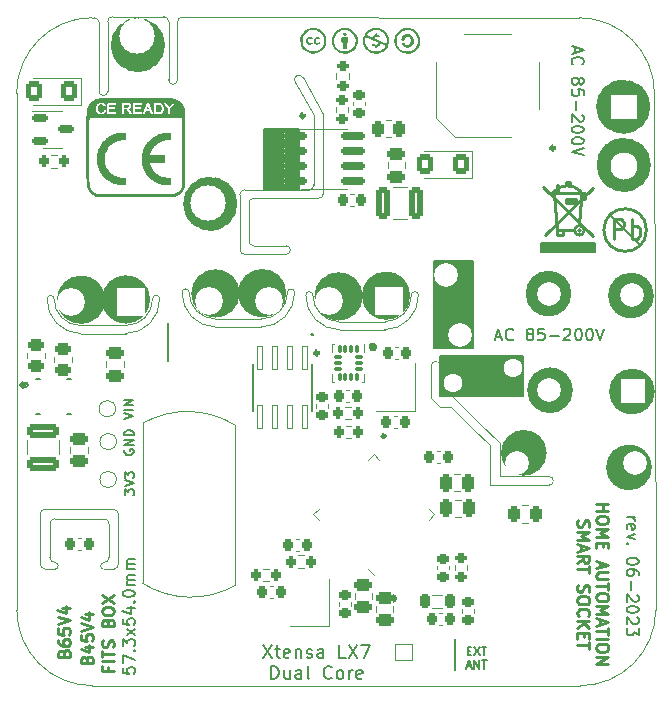
<source format=gbr>
%TF.GenerationSoftware,KiCad,Pcbnew,7.0.5*%
%TF.CreationDate,2023-06-01T08:30:42+02:00*%
%TF.ProjectId,smart_power_socket-54x54x1_6mm_3Cu,736d6172-745f-4706-9f77-65725f736f63,rev?*%
%TF.SameCoordinates,Original*%
%TF.FileFunction,Legend,Top*%
%TF.FilePolarity,Positive*%
%FSLAX46Y46*%
G04 Gerber Fmt 4.6, Leading zero omitted, Abs format (unit mm)*
G04 Created by KiCad (PCBNEW 7.0.5) date 2023-06-01 08:30:42*
%MOMM*%
%LPD*%
G01*
G04 APERTURE LIST*
G04 Aperture macros list*
%AMRoundRect*
0 Rectangle with rounded corners*
0 $1 Rounding radius*
0 $2 $3 $4 $5 $6 $7 $8 $9 X,Y pos of 4 corners*
0 Add a 4 corners polygon primitive as box body*
4,1,4,$2,$3,$4,$5,$6,$7,$8,$9,$2,$3,0*
0 Add four circle primitives for the rounded corners*
1,1,$1+$1,$2,$3*
1,1,$1+$1,$4,$5*
1,1,$1+$1,$6,$7*
1,1,$1+$1,$8,$9*
0 Add four rect primitives between the rounded corners*
20,1,$1+$1,$2,$3,$4,$5,0*
20,1,$1+$1,$4,$5,$6,$7,0*
20,1,$1+$1,$6,$7,$8,$9,0*
20,1,$1+$1,$8,$9,$2,$3,0*%
%AMRotRect*
0 Rectangle, with rotation*
0 The origin of the aperture is its center*
0 $1 length*
0 $2 width*
0 $3 Rotation angle, in degrees counterclockwise*
0 Add horizontal line*
21,1,$1,$2,0,0,$3*%
G04 Aperture macros list end*
%ADD10C,0.150000*%
%ADD11C,0.300000*%
%ADD12C,2.068289*%
%ADD13C,2.309457*%
%ADD14C,1.932841*%
%ADD15C,0.250000*%
%ADD16C,0.200000*%
%ADD17C,0.254000*%
%ADD18C,0.120000*%
%ADD19C,0.127000*%
%ADD20RoundRect,0.218750X0.218750X0.381250X-0.218750X0.381250X-0.218750X-0.381250X0.218750X-0.381250X0*%
%ADD21RoundRect,0.200000X-0.200000X-0.275000X0.200000X-0.275000X0.200000X0.275000X-0.200000X0.275000X0*%
%ADD22RoundRect,0.250000X-0.450000X0.262500X-0.450000X-0.262500X0.450000X-0.262500X0.450000X0.262500X0*%
%ADD23RoundRect,0.225000X-0.250000X0.225000X-0.250000X-0.225000X0.250000X-0.225000X0.250000X0.225000X0*%
%ADD24RoundRect,0.250000X1.075000X-0.375000X1.075000X0.375000X-1.075000X0.375000X-1.075000X-0.375000X0*%
%ADD25RoundRect,0.250000X0.475000X-0.250000X0.475000X0.250000X-0.475000X0.250000X-0.475000X-0.250000X0*%
%ADD26C,1.000000*%
%ADD27RoundRect,0.200000X-0.275000X0.200000X-0.275000X-0.200000X0.275000X-0.200000X0.275000X0.200000X0*%
%ADD28RoundRect,0.150000X-0.512500X-0.150000X0.512500X-0.150000X0.512500X0.150000X-0.512500X0.150000X0*%
%ADD29RoundRect,0.225000X0.225000X0.250000X-0.225000X0.250000X-0.225000X-0.250000X0.225000X-0.250000X0*%
%ADD30RoundRect,0.200000X0.275000X-0.200000X0.275000X0.200000X-0.275000X0.200000X-0.275000X-0.200000X0*%
%ADD31RoundRect,0.250000X0.250000X0.475000X-0.250000X0.475000X-0.250000X-0.475000X0.250000X-0.475000X0*%
%ADD32RoundRect,0.250001X0.462499X0.624999X-0.462499X0.624999X-0.462499X-0.624999X0.462499X-0.624999X0*%
%ADD33RoundRect,0.250000X0.450000X-0.262500X0.450000X0.262500X-0.450000X0.262500X-0.450000X-0.262500X0*%
%ADD34R,0.840000X0.420000*%
%ADD35R,1.600000X2.500000*%
%ADD36RoundRect,0.225000X-0.225000X-0.250000X0.225000X-0.250000X0.225000X0.250000X-0.225000X0.250000X0*%
%ADD37RoundRect,0.225000X0.250000X-0.225000X0.250000X0.225000X-0.250000X0.225000X-0.250000X-0.225000X0*%
%ADD38RoundRect,0.150000X-0.825000X-0.150000X0.825000X-0.150000X0.825000X0.150000X-0.825000X0.150000X0*%
%ADD39R,1.200000X1.400000*%
%ADD40RoundRect,0.087500X-0.087500X0.225000X-0.087500X-0.225000X0.087500X-0.225000X0.087500X0.225000X0*%
%ADD41RoundRect,0.087500X-0.225000X0.087500X-0.225000X-0.087500X0.225000X-0.087500X0.225000X0.087500X0*%
%ADD42RoundRect,0.041300X-0.253700X0.948700X-0.253700X-0.948700X0.253700X-0.948700X0.253700X0.948700X0*%
%ADD43R,1.000000X1.000000*%
%ADD44RoundRect,0.050000X0.309359X-0.238649X-0.238649X0.309359X-0.309359X0.238649X0.238649X-0.309359X0*%
%ADD45RoundRect,0.050000X0.309359X0.238649X0.238649X0.309359X-0.309359X-0.238649X-0.238649X-0.309359X0*%
%ADD46RoundRect,0.002500X0.003536X0.000000X0.000000X0.003536X-0.003536X0.000000X0.000000X-0.003536X0*%
%ADD47RotRect,5.600000X5.600000X135.000000*%
%ADD48RoundRect,0.250000X0.262500X0.450000X-0.262500X0.450000X-0.262500X-0.450000X0.262500X-0.450000X0*%
%ADD49R,0.400000X16.500000*%
%ADD50R,0.400000X25.400000*%
%ADD51R,2.195000X2.195000*%
%ADD52RoundRect,0.250000X0.375000X1.075000X-0.375000X1.075000X-0.375000X-1.075000X0.375000X-1.075000X0*%
%ADD53R,2.250000X1.100000*%
%ADD54R,1.100000X1.050000*%
%ADD55R,14.000000X0.400000*%
%ADD56R,5.700000X0.400000*%
%ADD57R,13.300000X0.400000*%
%ADD58C,1.600000*%
%ADD59C,3.000000*%
%ADD60C,2.500000*%
%ADD61C,2.010000*%
%ADD62R,2.340000X2.340000*%
%ADD63C,2.340000*%
%ADD64R,2.000000X2.000000*%
%ADD65C,2.000000*%
%ADD66R,2.300000X2.000000*%
%ADD67C,2.300000*%
%ADD68R,2.100000X2.100000*%
%ADD69C,2.100000*%
%TA.AperFunction,Profile*%
%ADD70C,0.100000*%
%TD*%
G04 APERTURE END LIST*
D10*
X149399924Y-90647000D02*
X152679924Y-90647000D01*
X152679924Y-98032000D01*
X149399924Y-98032000D01*
X149399924Y-90647000D01*
G36*
X149399924Y-90647000D02*
G01*
X152679924Y-90647000D01*
X152679924Y-98032000D01*
X149399924Y-98032000D01*
X149399924Y-90647000D01*
G37*
D11*
X139594642Y-98460000D02*
G75*
G03*
X139594642Y-98460000I-174642J0D01*
G01*
D12*
X146344144Y-93613288D02*
G75*
G03*
X146344144Y-93613288I-1034144J0D01*
G01*
D11*
X114724566Y-101172000D02*
G75*
G03*
X114724566Y-101172000I-174642J0D01*
G01*
D13*
X166544652Y-77607543D02*
G75*
G03*
X166544652Y-77607543I-1154728J0D01*
G01*
D11*
X145239638Y-105490000D02*
G75*
G03*
X145239638Y-105490000I-129638J0D01*
G01*
X146070950Y-119250000D02*
G75*
G03*
X146070950Y-119250000I-210950J0D01*
G01*
X159594642Y-81110000D02*
G75*
G03*
X159594642Y-81110000I-174642J0D01*
G01*
X144400950Y-97960000D02*
G75*
G03*
X144400950Y-97960000I-210950J0D01*
G01*
D12*
X142324144Y-93673288D02*
G75*
G03*
X142324144Y-93673288I-1034144J0D01*
G01*
D10*
X149854924Y-98692000D02*
X156924924Y-98692000D01*
X156924924Y-102142000D01*
X149854924Y-102142000D01*
X149854924Y-98692000D01*
G36*
X149854924Y-98692000D02*
G01*
X156924924Y-98692000D01*
X156924924Y-102142000D01*
X149854924Y-102142000D01*
X149854924Y-98692000D01*
G37*
D13*
X125450271Y-72390000D02*
G75*
G03*
X125450271Y-72390000I-1154728J0D01*
G01*
D14*
X160028503Y-93432000D02*
G75*
G03*
X160028503Y-93432000I-966420J0D01*
G01*
X157938579Y-106920000D02*
G75*
G03*
X157938579Y-106920000I-966420J0D01*
G01*
X166846344Y-108154159D02*
G75*
G03*
X166846344Y-108154159I-966420J0D01*
G01*
D12*
X131904144Y-93423288D02*
G75*
G03*
X131904144Y-93423288I-1034144J0D01*
G01*
D14*
X167094185Y-101732000D02*
G75*
G03*
X167094185Y-101732000I-966420J0D01*
G01*
D13*
X166584652Y-82537543D02*
G75*
G03*
X166584652Y-82537543I-1154728J0D01*
G01*
D10*
X134939924Y-79482000D02*
X137899924Y-79482000D01*
X137899924Y-84572000D01*
X134939924Y-84572000D01*
X134939924Y-79482000D01*
G36*
X134939924Y-79482000D02*
G01*
X137899924Y-79482000D01*
X137899924Y-84572000D01*
X134939924Y-84572000D01*
X134939924Y-79482000D01*
G37*
D14*
X167016344Y-93604159D02*
G75*
G03*
X167016344Y-93604159I-966420J0D01*
G01*
X160158503Y-101622000D02*
G75*
G03*
X160158503Y-101622000I-966420J0D01*
G01*
D12*
X135854144Y-93403288D02*
G75*
G03*
X135854144Y-93403288I-1034144J0D01*
G01*
D10*
X126890000Y-99170000D02*
X126890000Y-95950000D01*
D12*
X120524144Y-93953288D02*
G75*
G03*
X120524144Y-93953288I-1034144J0D01*
G01*
D13*
X131579109Y-85832000D02*
G75*
G03*
X131579109Y-85832000I-1154728J0D01*
G01*
D11*
X138404642Y-78370000D02*
G75*
G03*
X138404642Y-78370000I-174642J0D01*
G01*
D12*
X124324144Y-93933288D02*
G75*
G03*
X124324144Y-93933288I-1034144J0D01*
G01*
D15*
X163125380Y-111281905D02*
X164125380Y-111281905D01*
X163649190Y-111281905D02*
X163649190Y-111853333D01*
X163125380Y-111853333D02*
X164125380Y-111853333D01*
X164125380Y-112520000D02*
X164125380Y-112710476D01*
X164125380Y-112710476D02*
X164077761Y-112805714D01*
X164077761Y-112805714D02*
X163982523Y-112900952D01*
X163982523Y-112900952D02*
X163792047Y-112948571D01*
X163792047Y-112948571D02*
X163458714Y-112948571D01*
X163458714Y-112948571D02*
X163268238Y-112900952D01*
X163268238Y-112900952D02*
X163173000Y-112805714D01*
X163173000Y-112805714D02*
X163125380Y-112710476D01*
X163125380Y-112710476D02*
X163125380Y-112520000D01*
X163125380Y-112520000D02*
X163173000Y-112424762D01*
X163173000Y-112424762D02*
X163268238Y-112329524D01*
X163268238Y-112329524D02*
X163458714Y-112281905D01*
X163458714Y-112281905D02*
X163792047Y-112281905D01*
X163792047Y-112281905D02*
X163982523Y-112329524D01*
X163982523Y-112329524D02*
X164077761Y-112424762D01*
X164077761Y-112424762D02*
X164125380Y-112520000D01*
X163125380Y-113377143D02*
X164125380Y-113377143D01*
X164125380Y-113377143D02*
X163411095Y-113710476D01*
X163411095Y-113710476D02*
X164125380Y-114043809D01*
X164125380Y-114043809D02*
X163125380Y-114043809D01*
X163649190Y-114520000D02*
X163649190Y-114853333D01*
X163125380Y-114996190D02*
X163125380Y-114520000D01*
X163125380Y-114520000D02*
X164125380Y-114520000D01*
X164125380Y-114520000D02*
X164125380Y-114996190D01*
X163411095Y-116139048D02*
X163411095Y-116615238D01*
X163125380Y-116043810D02*
X164125380Y-116377143D01*
X164125380Y-116377143D02*
X163125380Y-116710476D01*
X164125380Y-117043810D02*
X163315857Y-117043810D01*
X163315857Y-117043810D02*
X163220619Y-117091429D01*
X163220619Y-117091429D02*
X163173000Y-117139048D01*
X163173000Y-117139048D02*
X163125380Y-117234286D01*
X163125380Y-117234286D02*
X163125380Y-117424762D01*
X163125380Y-117424762D02*
X163173000Y-117520000D01*
X163173000Y-117520000D02*
X163220619Y-117567619D01*
X163220619Y-117567619D02*
X163315857Y-117615238D01*
X163315857Y-117615238D02*
X164125380Y-117615238D01*
X164125380Y-117948572D02*
X164125380Y-118520000D01*
X163125380Y-118234286D02*
X164125380Y-118234286D01*
X164125380Y-119043810D02*
X164125380Y-119234286D01*
X164125380Y-119234286D02*
X164077761Y-119329524D01*
X164077761Y-119329524D02*
X163982523Y-119424762D01*
X163982523Y-119424762D02*
X163792047Y-119472381D01*
X163792047Y-119472381D02*
X163458714Y-119472381D01*
X163458714Y-119472381D02*
X163268238Y-119424762D01*
X163268238Y-119424762D02*
X163173000Y-119329524D01*
X163173000Y-119329524D02*
X163125380Y-119234286D01*
X163125380Y-119234286D02*
X163125380Y-119043810D01*
X163125380Y-119043810D02*
X163173000Y-118948572D01*
X163173000Y-118948572D02*
X163268238Y-118853334D01*
X163268238Y-118853334D02*
X163458714Y-118805715D01*
X163458714Y-118805715D02*
X163792047Y-118805715D01*
X163792047Y-118805715D02*
X163982523Y-118853334D01*
X163982523Y-118853334D02*
X164077761Y-118948572D01*
X164077761Y-118948572D02*
X164125380Y-119043810D01*
X163125380Y-119900953D02*
X164125380Y-119900953D01*
X164125380Y-119900953D02*
X163411095Y-120234286D01*
X163411095Y-120234286D02*
X164125380Y-120567619D01*
X164125380Y-120567619D02*
X163125380Y-120567619D01*
X163411095Y-120996191D02*
X163411095Y-121472381D01*
X163125380Y-120900953D02*
X164125380Y-121234286D01*
X164125380Y-121234286D02*
X163125380Y-121567619D01*
X164125380Y-121758096D02*
X164125380Y-122329524D01*
X163125380Y-122043810D02*
X164125380Y-122043810D01*
X163125380Y-122662858D02*
X164125380Y-122662858D01*
X164125380Y-123329524D02*
X164125380Y-123520000D01*
X164125380Y-123520000D02*
X164077761Y-123615238D01*
X164077761Y-123615238D02*
X163982523Y-123710476D01*
X163982523Y-123710476D02*
X163792047Y-123758095D01*
X163792047Y-123758095D02*
X163458714Y-123758095D01*
X163458714Y-123758095D02*
X163268238Y-123710476D01*
X163268238Y-123710476D02*
X163173000Y-123615238D01*
X163173000Y-123615238D02*
X163125380Y-123520000D01*
X163125380Y-123520000D02*
X163125380Y-123329524D01*
X163125380Y-123329524D02*
X163173000Y-123234286D01*
X163173000Y-123234286D02*
X163268238Y-123139048D01*
X163268238Y-123139048D02*
X163458714Y-123091429D01*
X163458714Y-123091429D02*
X163792047Y-123091429D01*
X163792047Y-123091429D02*
X163982523Y-123139048D01*
X163982523Y-123139048D02*
X164077761Y-123234286D01*
X164077761Y-123234286D02*
X164125380Y-123329524D01*
X163125380Y-124186667D02*
X164125380Y-124186667D01*
X164125380Y-124186667D02*
X163125380Y-124758095D01*
X163125380Y-124758095D02*
X164125380Y-124758095D01*
X161563000Y-112639047D02*
X161515380Y-112781904D01*
X161515380Y-112781904D02*
X161515380Y-113019999D01*
X161515380Y-113019999D02*
X161563000Y-113115237D01*
X161563000Y-113115237D02*
X161610619Y-113162856D01*
X161610619Y-113162856D02*
X161705857Y-113210475D01*
X161705857Y-113210475D02*
X161801095Y-113210475D01*
X161801095Y-113210475D02*
X161896333Y-113162856D01*
X161896333Y-113162856D02*
X161943952Y-113115237D01*
X161943952Y-113115237D02*
X161991571Y-113019999D01*
X161991571Y-113019999D02*
X162039190Y-112829523D01*
X162039190Y-112829523D02*
X162086809Y-112734285D01*
X162086809Y-112734285D02*
X162134428Y-112686666D01*
X162134428Y-112686666D02*
X162229666Y-112639047D01*
X162229666Y-112639047D02*
X162324904Y-112639047D01*
X162324904Y-112639047D02*
X162420142Y-112686666D01*
X162420142Y-112686666D02*
X162467761Y-112734285D01*
X162467761Y-112734285D02*
X162515380Y-112829523D01*
X162515380Y-112829523D02*
X162515380Y-113067618D01*
X162515380Y-113067618D02*
X162467761Y-113210475D01*
X161515380Y-113639047D02*
X162515380Y-113639047D01*
X162515380Y-113639047D02*
X161801095Y-113972380D01*
X161801095Y-113972380D02*
X162515380Y-114305713D01*
X162515380Y-114305713D02*
X161515380Y-114305713D01*
X161801095Y-114734285D02*
X161801095Y-115210475D01*
X161515380Y-114639047D02*
X162515380Y-114972380D01*
X162515380Y-114972380D02*
X161515380Y-115305713D01*
X161515380Y-116210475D02*
X161991571Y-115877142D01*
X161515380Y-115639047D02*
X162515380Y-115639047D01*
X162515380Y-115639047D02*
X162515380Y-116019999D01*
X162515380Y-116019999D02*
X162467761Y-116115237D01*
X162467761Y-116115237D02*
X162420142Y-116162856D01*
X162420142Y-116162856D02*
X162324904Y-116210475D01*
X162324904Y-116210475D02*
X162182047Y-116210475D01*
X162182047Y-116210475D02*
X162086809Y-116162856D01*
X162086809Y-116162856D02*
X162039190Y-116115237D01*
X162039190Y-116115237D02*
X161991571Y-116019999D01*
X161991571Y-116019999D02*
X161991571Y-115639047D01*
X162515380Y-116496190D02*
X162515380Y-117067618D01*
X161515380Y-116781904D02*
X162515380Y-116781904D01*
X161563000Y-118115238D02*
X161515380Y-118258095D01*
X161515380Y-118258095D02*
X161515380Y-118496190D01*
X161515380Y-118496190D02*
X161563000Y-118591428D01*
X161563000Y-118591428D02*
X161610619Y-118639047D01*
X161610619Y-118639047D02*
X161705857Y-118686666D01*
X161705857Y-118686666D02*
X161801095Y-118686666D01*
X161801095Y-118686666D02*
X161896333Y-118639047D01*
X161896333Y-118639047D02*
X161943952Y-118591428D01*
X161943952Y-118591428D02*
X161991571Y-118496190D01*
X161991571Y-118496190D02*
X162039190Y-118305714D01*
X162039190Y-118305714D02*
X162086809Y-118210476D01*
X162086809Y-118210476D02*
X162134428Y-118162857D01*
X162134428Y-118162857D02*
X162229666Y-118115238D01*
X162229666Y-118115238D02*
X162324904Y-118115238D01*
X162324904Y-118115238D02*
X162420142Y-118162857D01*
X162420142Y-118162857D02*
X162467761Y-118210476D01*
X162467761Y-118210476D02*
X162515380Y-118305714D01*
X162515380Y-118305714D02*
X162515380Y-118543809D01*
X162515380Y-118543809D02*
X162467761Y-118686666D01*
X162515380Y-119305714D02*
X162515380Y-119496190D01*
X162515380Y-119496190D02*
X162467761Y-119591428D01*
X162467761Y-119591428D02*
X162372523Y-119686666D01*
X162372523Y-119686666D02*
X162182047Y-119734285D01*
X162182047Y-119734285D02*
X161848714Y-119734285D01*
X161848714Y-119734285D02*
X161658238Y-119686666D01*
X161658238Y-119686666D02*
X161563000Y-119591428D01*
X161563000Y-119591428D02*
X161515380Y-119496190D01*
X161515380Y-119496190D02*
X161515380Y-119305714D01*
X161515380Y-119305714D02*
X161563000Y-119210476D01*
X161563000Y-119210476D02*
X161658238Y-119115238D01*
X161658238Y-119115238D02*
X161848714Y-119067619D01*
X161848714Y-119067619D02*
X162182047Y-119067619D01*
X162182047Y-119067619D02*
X162372523Y-119115238D01*
X162372523Y-119115238D02*
X162467761Y-119210476D01*
X162467761Y-119210476D02*
X162515380Y-119305714D01*
X161610619Y-120734285D02*
X161563000Y-120686666D01*
X161563000Y-120686666D02*
X161515380Y-120543809D01*
X161515380Y-120543809D02*
X161515380Y-120448571D01*
X161515380Y-120448571D02*
X161563000Y-120305714D01*
X161563000Y-120305714D02*
X161658238Y-120210476D01*
X161658238Y-120210476D02*
X161753476Y-120162857D01*
X161753476Y-120162857D02*
X161943952Y-120115238D01*
X161943952Y-120115238D02*
X162086809Y-120115238D01*
X162086809Y-120115238D02*
X162277285Y-120162857D01*
X162277285Y-120162857D02*
X162372523Y-120210476D01*
X162372523Y-120210476D02*
X162467761Y-120305714D01*
X162467761Y-120305714D02*
X162515380Y-120448571D01*
X162515380Y-120448571D02*
X162515380Y-120543809D01*
X162515380Y-120543809D02*
X162467761Y-120686666D01*
X162467761Y-120686666D02*
X162420142Y-120734285D01*
X161515380Y-121162857D02*
X162515380Y-121162857D01*
X161515380Y-121734285D02*
X162086809Y-121305714D01*
X162515380Y-121734285D02*
X161943952Y-121162857D01*
X162039190Y-122162857D02*
X162039190Y-122496190D01*
X161515380Y-122639047D02*
X161515380Y-122162857D01*
X161515380Y-122162857D02*
X162515380Y-122162857D01*
X162515380Y-122162857D02*
X162515380Y-122639047D01*
X162515380Y-122924762D02*
X162515380Y-123496190D01*
X161515380Y-123210476D02*
X162515380Y-123210476D01*
D10*
X123180390Y-106669523D02*
X123142295Y-106745713D01*
X123142295Y-106745713D02*
X123142295Y-106859999D01*
X123142295Y-106859999D02*
X123180390Y-106974285D01*
X123180390Y-106974285D02*
X123256580Y-107050475D01*
X123256580Y-107050475D02*
X123332771Y-107088570D01*
X123332771Y-107088570D02*
X123485152Y-107126666D01*
X123485152Y-107126666D02*
X123599438Y-107126666D01*
X123599438Y-107126666D02*
X123751819Y-107088570D01*
X123751819Y-107088570D02*
X123828009Y-107050475D01*
X123828009Y-107050475D02*
X123904200Y-106974285D01*
X123904200Y-106974285D02*
X123942295Y-106859999D01*
X123942295Y-106859999D02*
X123942295Y-106783808D01*
X123942295Y-106783808D02*
X123904200Y-106669523D01*
X123904200Y-106669523D02*
X123866104Y-106631427D01*
X123866104Y-106631427D02*
X123599438Y-106631427D01*
X123599438Y-106631427D02*
X123599438Y-106783808D01*
X123942295Y-106288570D02*
X123142295Y-106288570D01*
X123142295Y-106288570D02*
X123942295Y-105831427D01*
X123942295Y-105831427D02*
X123142295Y-105831427D01*
X123942295Y-105450475D02*
X123142295Y-105450475D01*
X123142295Y-105450475D02*
X123142295Y-105259999D01*
X123142295Y-105259999D02*
X123180390Y-105145713D01*
X123180390Y-105145713D02*
X123256580Y-105069523D01*
X123256580Y-105069523D02*
X123332771Y-105031428D01*
X123332771Y-105031428D02*
X123485152Y-104993332D01*
X123485152Y-104993332D02*
X123599438Y-104993332D01*
X123599438Y-104993332D02*
X123751819Y-105031428D01*
X123751819Y-105031428D02*
X123828009Y-105069523D01*
X123828009Y-105069523D02*
X123904200Y-105145713D01*
X123904200Y-105145713D02*
X123942295Y-105259999D01*
X123942295Y-105259999D02*
X123942295Y-105450475D01*
D16*
X161323495Y-72552381D02*
X161323495Y-73028571D01*
X161037780Y-72457143D02*
X162037780Y-72790476D01*
X162037780Y-72790476D02*
X161037780Y-73123809D01*
X161133019Y-74028571D02*
X161085400Y-73980952D01*
X161085400Y-73980952D02*
X161037780Y-73838095D01*
X161037780Y-73838095D02*
X161037780Y-73742857D01*
X161037780Y-73742857D02*
X161085400Y-73600000D01*
X161085400Y-73600000D02*
X161180638Y-73504762D01*
X161180638Y-73504762D02*
X161275876Y-73457143D01*
X161275876Y-73457143D02*
X161466352Y-73409524D01*
X161466352Y-73409524D02*
X161609209Y-73409524D01*
X161609209Y-73409524D02*
X161799685Y-73457143D01*
X161799685Y-73457143D02*
X161894923Y-73504762D01*
X161894923Y-73504762D02*
X161990161Y-73600000D01*
X161990161Y-73600000D02*
X162037780Y-73742857D01*
X162037780Y-73742857D02*
X162037780Y-73838095D01*
X162037780Y-73838095D02*
X161990161Y-73980952D01*
X161990161Y-73980952D02*
X161942542Y-74028571D01*
X161609209Y-75361905D02*
X161656828Y-75266667D01*
X161656828Y-75266667D02*
X161704447Y-75219048D01*
X161704447Y-75219048D02*
X161799685Y-75171429D01*
X161799685Y-75171429D02*
X161847304Y-75171429D01*
X161847304Y-75171429D02*
X161942542Y-75219048D01*
X161942542Y-75219048D02*
X161990161Y-75266667D01*
X161990161Y-75266667D02*
X162037780Y-75361905D01*
X162037780Y-75361905D02*
X162037780Y-75552381D01*
X162037780Y-75552381D02*
X161990161Y-75647619D01*
X161990161Y-75647619D02*
X161942542Y-75695238D01*
X161942542Y-75695238D02*
X161847304Y-75742857D01*
X161847304Y-75742857D02*
X161799685Y-75742857D01*
X161799685Y-75742857D02*
X161704447Y-75695238D01*
X161704447Y-75695238D02*
X161656828Y-75647619D01*
X161656828Y-75647619D02*
X161609209Y-75552381D01*
X161609209Y-75552381D02*
X161609209Y-75361905D01*
X161609209Y-75361905D02*
X161561590Y-75266667D01*
X161561590Y-75266667D02*
X161513971Y-75219048D01*
X161513971Y-75219048D02*
X161418733Y-75171429D01*
X161418733Y-75171429D02*
X161228257Y-75171429D01*
X161228257Y-75171429D02*
X161133019Y-75219048D01*
X161133019Y-75219048D02*
X161085400Y-75266667D01*
X161085400Y-75266667D02*
X161037780Y-75361905D01*
X161037780Y-75361905D02*
X161037780Y-75552381D01*
X161037780Y-75552381D02*
X161085400Y-75647619D01*
X161085400Y-75647619D02*
X161133019Y-75695238D01*
X161133019Y-75695238D02*
X161228257Y-75742857D01*
X161228257Y-75742857D02*
X161418733Y-75742857D01*
X161418733Y-75742857D02*
X161513971Y-75695238D01*
X161513971Y-75695238D02*
X161561590Y-75647619D01*
X161561590Y-75647619D02*
X161609209Y-75552381D01*
X162037780Y-76647619D02*
X162037780Y-76171429D01*
X162037780Y-76171429D02*
X161561590Y-76123810D01*
X161561590Y-76123810D02*
X161609209Y-76171429D01*
X161609209Y-76171429D02*
X161656828Y-76266667D01*
X161656828Y-76266667D02*
X161656828Y-76504762D01*
X161656828Y-76504762D02*
X161609209Y-76600000D01*
X161609209Y-76600000D02*
X161561590Y-76647619D01*
X161561590Y-76647619D02*
X161466352Y-76695238D01*
X161466352Y-76695238D02*
X161228257Y-76695238D01*
X161228257Y-76695238D02*
X161133019Y-76647619D01*
X161133019Y-76647619D02*
X161085400Y-76600000D01*
X161085400Y-76600000D02*
X161037780Y-76504762D01*
X161037780Y-76504762D02*
X161037780Y-76266667D01*
X161037780Y-76266667D02*
X161085400Y-76171429D01*
X161085400Y-76171429D02*
X161133019Y-76123810D01*
X161418733Y-77123810D02*
X161418733Y-77885715D01*
X161942542Y-78314286D02*
X161990161Y-78361905D01*
X161990161Y-78361905D02*
X162037780Y-78457143D01*
X162037780Y-78457143D02*
X162037780Y-78695238D01*
X162037780Y-78695238D02*
X161990161Y-78790476D01*
X161990161Y-78790476D02*
X161942542Y-78838095D01*
X161942542Y-78838095D02*
X161847304Y-78885714D01*
X161847304Y-78885714D02*
X161752066Y-78885714D01*
X161752066Y-78885714D02*
X161609209Y-78838095D01*
X161609209Y-78838095D02*
X161037780Y-78266667D01*
X161037780Y-78266667D02*
X161037780Y-78885714D01*
X162037780Y-79504762D02*
X162037780Y-79600000D01*
X162037780Y-79600000D02*
X161990161Y-79695238D01*
X161990161Y-79695238D02*
X161942542Y-79742857D01*
X161942542Y-79742857D02*
X161847304Y-79790476D01*
X161847304Y-79790476D02*
X161656828Y-79838095D01*
X161656828Y-79838095D02*
X161418733Y-79838095D01*
X161418733Y-79838095D02*
X161228257Y-79790476D01*
X161228257Y-79790476D02*
X161133019Y-79742857D01*
X161133019Y-79742857D02*
X161085400Y-79695238D01*
X161085400Y-79695238D02*
X161037780Y-79600000D01*
X161037780Y-79600000D02*
X161037780Y-79504762D01*
X161037780Y-79504762D02*
X161085400Y-79409524D01*
X161085400Y-79409524D02*
X161133019Y-79361905D01*
X161133019Y-79361905D02*
X161228257Y-79314286D01*
X161228257Y-79314286D02*
X161418733Y-79266667D01*
X161418733Y-79266667D02*
X161656828Y-79266667D01*
X161656828Y-79266667D02*
X161847304Y-79314286D01*
X161847304Y-79314286D02*
X161942542Y-79361905D01*
X161942542Y-79361905D02*
X161990161Y-79409524D01*
X161990161Y-79409524D02*
X162037780Y-79504762D01*
X162037780Y-80457143D02*
X162037780Y-80552381D01*
X162037780Y-80552381D02*
X161990161Y-80647619D01*
X161990161Y-80647619D02*
X161942542Y-80695238D01*
X161942542Y-80695238D02*
X161847304Y-80742857D01*
X161847304Y-80742857D02*
X161656828Y-80790476D01*
X161656828Y-80790476D02*
X161418733Y-80790476D01*
X161418733Y-80790476D02*
X161228257Y-80742857D01*
X161228257Y-80742857D02*
X161133019Y-80695238D01*
X161133019Y-80695238D02*
X161085400Y-80647619D01*
X161085400Y-80647619D02*
X161037780Y-80552381D01*
X161037780Y-80552381D02*
X161037780Y-80457143D01*
X161037780Y-80457143D02*
X161085400Y-80361905D01*
X161085400Y-80361905D02*
X161133019Y-80314286D01*
X161133019Y-80314286D02*
X161228257Y-80266667D01*
X161228257Y-80266667D02*
X161418733Y-80219048D01*
X161418733Y-80219048D02*
X161656828Y-80219048D01*
X161656828Y-80219048D02*
X161847304Y-80266667D01*
X161847304Y-80266667D02*
X161942542Y-80314286D01*
X161942542Y-80314286D02*
X161990161Y-80361905D01*
X161990161Y-80361905D02*
X162037780Y-80457143D01*
X162037780Y-81076191D02*
X161037780Y-81409524D01*
X161037780Y-81409524D02*
X162037780Y-81742857D01*
D15*
X119965809Y-124415714D02*
X120013428Y-124272857D01*
X120013428Y-124272857D02*
X120061047Y-124225238D01*
X120061047Y-124225238D02*
X120156285Y-124177619D01*
X120156285Y-124177619D02*
X120299142Y-124177619D01*
X120299142Y-124177619D02*
X120394380Y-124225238D01*
X120394380Y-124225238D02*
X120442000Y-124272857D01*
X120442000Y-124272857D02*
X120489619Y-124368095D01*
X120489619Y-124368095D02*
X120489619Y-124749047D01*
X120489619Y-124749047D02*
X119489619Y-124749047D01*
X119489619Y-124749047D02*
X119489619Y-124415714D01*
X119489619Y-124415714D02*
X119537238Y-124320476D01*
X119537238Y-124320476D02*
X119584857Y-124272857D01*
X119584857Y-124272857D02*
X119680095Y-124225238D01*
X119680095Y-124225238D02*
X119775333Y-124225238D01*
X119775333Y-124225238D02*
X119870571Y-124272857D01*
X119870571Y-124272857D02*
X119918190Y-124320476D01*
X119918190Y-124320476D02*
X119965809Y-124415714D01*
X119965809Y-124415714D02*
X119965809Y-124749047D01*
X119822952Y-123320476D02*
X120489619Y-123320476D01*
X119442000Y-123558571D02*
X120156285Y-123796666D01*
X120156285Y-123796666D02*
X120156285Y-123177619D01*
X119489619Y-122320476D02*
X119489619Y-122796666D01*
X119489619Y-122796666D02*
X119965809Y-122844285D01*
X119965809Y-122844285D02*
X119918190Y-122796666D01*
X119918190Y-122796666D02*
X119870571Y-122701428D01*
X119870571Y-122701428D02*
X119870571Y-122463333D01*
X119870571Y-122463333D02*
X119918190Y-122368095D01*
X119918190Y-122368095D02*
X119965809Y-122320476D01*
X119965809Y-122320476D02*
X120061047Y-122272857D01*
X120061047Y-122272857D02*
X120299142Y-122272857D01*
X120299142Y-122272857D02*
X120394380Y-122320476D01*
X120394380Y-122320476D02*
X120442000Y-122368095D01*
X120442000Y-122368095D02*
X120489619Y-122463333D01*
X120489619Y-122463333D02*
X120489619Y-122701428D01*
X120489619Y-122701428D02*
X120442000Y-122796666D01*
X120442000Y-122796666D02*
X120394380Y-122844285D01*
X119489619Y-121987142D02*
X120489619Y-121653809D01*
X120489619Y-121653809D02*
X119489619Y-121320476D01*
X119822952Y-120558571D02*
X120489619Y-120558571D01*
X119442000Y-120796666D02*
X120156285Y-121034761D01*
X120156285Y-121034761D02*
X120156285Y-120415714D01*
D16*
X123032219Y-125117142D02*
X123032219Y-125593332D01*
X123032219Y-125593332D02*
X123508409Y-125640951D01*
X123508409Y-125640951D02*
X123460790Y-125593332D01*
X123460790Y-125593332D02*
X123413171Y-125498094D01*
X123413171Y-125498094D02*
X123413171Y-125259999D01*
X123413171Y-125259999D02*
X123460790Y-125164761D01*
X123460790Y-125164761D02*
X123508409Y-125117142D01*
X123508409Y-125117142D02*
X123603647Y-125069523D01*
X123603647Y-125069523D02*
X123841742Y-125069523D01*
X123841742Y-125069523D02*
X123936980Y-125117142D01*
X123936980Y-125117142D02*
X123984600Y-125164761D01*
X123984600Y-125164761D02*
X124032219Y-125259999D01*
X124032219Y-125259999D02*
X124032219Y-125498094D01*
X124032219Y-125498094D02*
X123984600Y-125593332D01*
X123984600Y-125593332D02*
X123936980Y-125640951D01*
X123032219Y-124736189D02*
X123032219Y-124069523D01*
X123032219Y-124069523D02*
X124032219Y-124498094D01*
X123936980Y-123688570D02*
X123984600Y-123640951D01*
X123984600Y-123640951D02*
X124032219Y-123688570D01*
X124032219Y-123688570D02*
X123984600Y-123736189D01*
X123984600Y-123736189D02*
X123936980Y-123688570D01*
X123936980Y-123688570D02*
X124032219Y-123688570D01*
X123032219Y-123307618D02*
X123032219Y-122688571D01*
X123032219Y-122688571D02*
X123413171Y-123021904D01*
X123413171Y-123021904D02*
X123413171Y-122879047D01*
X123413171Y-122879047D02*
X123460790Y-122783809D01*
X123460790Y-122783809D02*
X123508409Y-122736190D01*
X123508409Y-122736190D02*
X123603647Y-122688571D01*
X123603647Y-122688571D02*
X123841742Y-122688571D01*
X123841742Y-122688571D02*
X123936980Y-122736190D01*
X123936980Y-122736190D02*
X123984600Y-122783809D01*
X123984600Y-122783809D02*
X124032219Y-122879047D01*
X124032219Y-122879047D02*
X124032219Y-123164761D01*
X124032219Y-123164761D02*
X123984600Y-123259999D01*
X123984600Y-123259999D02*
X123936980Y-123307618D01*
X124032219Y-122355237D02*
X123365552Y-121831428D01*
X123365552Y-122355237D02*
X124032219Y-121831428D01*
X123032219Y-120974285D02*
X123032219Y-121450475D01*
X123032219Y-121450475D02*
X123508409Y-121498094D01*
X123508409Y-121498094D02*
X123460790Y-121450475D01*
X123460790Y-121450475D02*
X123413171Y-121355237D01*
X123413171Y-121355237D02*
X123413171Y-121117142D01*
X123413171Y-121117142D02*
X123460790Y-121021904D01*
X123460790Y-121021904D02*
X123508409Y-120974285D01*
X123508409Y-120974285D02*
X123603647Y-120926666D01*
X123603647Y-120926666D02*
X123841742Y-120926666D01*
X123841742Y-120926666D02*
X123936980Y-120974285D01*
X123936980Y-120974285D02*
X123984600Y-121021904D01*
X123984600Y-121021904D02*
X124032219Y-121117142D01*
X124032219Y-121117142D02*
X124032219Y-121355237D01*
X124032219Y-121355237D02*
X123984600Y-121450475D01*
X123984600Y-121450475D02*
X123936980Y-121498094D01*
X123365552Y-120069523D02*
X124032219Y-120069523D01*
X122984600Y-120307618D02*
X123698885Y-120545713D01*
X123698885Y-120545713D02*
X123698885Y-119926666D01*
X123936980Y-119545713D02*
X123984600Y-119498094D01*
X123984600Y-119498094D02*
X124032219Y-119545713D01*
X124032219Y-119545713D02*
X123984600Y-119593332D01*
X123984600Y-119593332D02*
X123936980Y-119545713D01*
X123936980Y-119545713D02*
X124032219Y-119545713D01*
X123032219Y-118879047D02*
X123032219Y-118783809D01*
X123032219Y-118783809D02*
X123079838Y-118688571D01*
X123079838Y-118688571D02*
X123127457Y-118640952D01*
X123127457Y-118640952D02*
X123222695Y-118593333D01*
X123222695Y-118593333D02*
X123413171Y-118545714D01*
X123413171Y-118545714D02*
X123651266Y-118545714D01*
X123651266Y-118545714D02*
X123841742Y-118593333D01*
X123841742Y-118593333D02*
X123936980Y-118640952D01*
X123936980Y-118640952D02*
X123984600Y-118688571D01*
X123984600Y-118688571D02*
X124032219Y-118783809D01*
X124032219Y-118783809D02*
X124032219Y-118879047D01*
X124032219Y-118879047D02*
X123984600Y-118974285D01*
X123984600Y-118974285D02*
X123936980Y-119021904D01*
X123936980Y-119021904D02*
X123841742Y-119069523D01*
X123841742Y-119069523D02*
X123651266Y-119117142D01*
X123651266Y-119117142D02*
X123413171Y-119117142D01*
X123413171Y-119117142D02*
X123222695Y-119069523D01*
X123222695Y-119069523D02*
X123127457Y-119021904D01*
X123127457Y-119021904D02*
X123079838Y-118974285D01*
X123079838Y-118974285D02*
X123032219Y-118879047D01*
X124032219Y-118117142D02*
X123365552Y-118117142D01*
X123460790Y-118117142D02*
X123413171Y-118069523D01*
X123413171Y-118069523D02*
X123365552Y-117974285D01*
X123365552Y-117974285D02*
X123365552Y-117831428D01*
X123365552Y-117831428D02*
X123413171Y-117736190D01*
X123413171Y-117736190D02*
X123508409Y-117688571D01*
X123508409Y-117688571D02*
X124032219Y-117688571D01*
X123508409Y-117688571D02*
X123413171Y-117640952D01*
X123413171Y-117640952D02*
X123365552Y-117545714D01*
X123365552Y-117545714D02*
X123365552Y-117402857D01*
X123365552Y-117402857D02*
X123413171Y-117307618D01*
X123413171Y-117307618D02*
X123508409Y-117259999D01*
X123508409Y-117259999D02*
X124032219Y-117259999D01*
X124032219Y-116783809D02*
X123365552Y-116783809D01*
X123460790Y-116783809D02*
X123413171Y-116736190D01*
X123413171Y-116736190D02*
X123365552Y-116640952D01*
X123365552Y-116640952D02*
X123365552Y-116498095D01*
X123365552Y-116498095D02*
X123413171Y-116402857D01*
X123413171Y-116402857D02*
X123508409Y-116355238D01*
X123508409Y-116355238D02*
X124032219Y-116355238D01*
X123508409Y-116355238D02*
X123413171Y-116307619D01*
X123413171Y-116307619D02*
X123365552Y-116212381D01*
X123365552Y-116212381D02*
X123365552Y-116069524D01*
X123365552Y-116069524D02*
X123413171Y-115974285D01*
X123413171Y-115974285D02*
X123508409Y-115926666D01*
X123508409Y-115926666D02*
X124032219Y-115926666D01*
D10*
X152210000Y-123695866D02*
X152443334Y-123695866D01*
X152543334Y-124062533D02*
X152210000Y-124062533D01*
X152210000Y-124062533D02*
X152210000Y-123362533D01*
X152210000Y-123362533D02*
X152543334Y-123362533D01*
X152776667Y-123362533D02*
X153243333Y-124062533D01*
X153243333Y-123362533D02*
X152776667Y-124062533D01*
X153410000Y-123362533D02*
X153810000Y-123362533D01*
X153610000Y-124062533D02*
X153610000Y-123362533D01*
X152160000Y-124989533D02*
X152493333Y-124989533D01*
X152093333Y-125189533D02*
X152326667Y-124489533D01*
X152326667Y-124489533D02*
X152560000Y-125189533D01*
X152793333Y-125189533D02*
X152793333Y-124489533D01*
X152793333Y-124489533D02*
X153193333Y-125189533D01*
X153193333Y-125189533D02*
X153193333Y-124489533D01*
X153426666Y-124489533D02*
X153826666Y-124489533D01*
X153626666Y-125189533D02*
X153626666Y-124489533D01*
D16*
X154592381Y-97116504D02*
X155068571Y-97116504D01*
X154497143Y-97402219D02*
X154830476Y-96402219D01*
X154830476Y-96402219D02*
X155163809Y-97402219D01*
X156068571Y-97306980D02*
X156020952Y-97354600D01*
X156020952Y-97354600D02*
X155878095Y-97402219D01*
X155878095Y-97402219D02*
X155782857Y-97402219D01*
X155782857Y-97402219D02*
X155640000Y-97354600D01*
X155640000Y-97354600D02*
X155544762Y-97259361D01*
X155544762Y-97259361D02*
X155497143Y-97164123D01*
X155497143Y-97164123D02*
X155449524Y-96973647D01*
X155449524Y-96973647D02*
X155449524Y-96830790D01*
X155449524Y-96830790D02*
X155497143Y-96640314D01*
X155497143Y-96640314D02*
X155544762Y-96545076D01*
X155544762Y-96545076D02*
X155640000Y-96449838D01*
X155640000Y-96449838D02*
X155782857Y-96402219D01*
X155782857Y-96402219D02*
X155878095Y-96402219D01*
X155878095Y-96402219D02*
X156020952Y-96449838D01*
X156020952Y-96449838D02*
X156068571Y-96497457D01*
X157401905Y-96830790D02*
X157306667Y-96783171D01*
X157306667Y-96783171D02*
X157259048Y-96735552D01*
X157259048Y-96735552D02*
X157211429Y-96640314D01*
X157211429Y-96640314D02*
X157211429Y-96592695D01*
X157211429Y-96592695D02*
X157259048Y-96497457D01*
X157259048Y-96497457D02*
X157306667Y-96449838D01*
X157306667Y-96449838D02*
X157401905Y-96402219D01*
X157401905Y-96402219D02*
X157592381Y-96402219D01*
X157592381Y-96402219D02*
X157687619Y-96449838D01*
X157687619Y-96449838D02*
X157735238Y-96497457D01*
X157735238Y-96497457D02*
X157782857Y-96592695D01*
X157782857Y-96592695D02*
X157782857Y-96640314D01*
X157782857Y-96640314D02*
X157735238Y-96735552D01*
X157735238Y-96735552D02*
X157687619Y-96783171D01*
X157687619Y-96783171D02*
X157592381Y-96830790D01*
X157592381Y-96830790D02*
X157401905Y-96830790D01*
X157401905Y-96830790D02*
X157306667Y-96878409D01*
X157306667Y-96878409D02*
X157259048Y-96926028D01*
X157259048Y-96926028D02*
X157211429Y-97021266D01*
X157211429Y-97021266D02*
X157211429Y-97211742D01*
X157211429Y-97211742D02*
X157259048Y-97306980D01*
X157259048Y-97306980D02*
X157306667Y-97354600D01*
X157306667Y-97354600D02*
X157401905Y-97402219D01*
X157401905Y-97402219D02*
X157592381Y-97402219D01*
X157592381Y-97402219D02*
X157687619Y-97354600D01*
X157687619Y-97354600D02*
X157735238Y-97306980D01*
X157735238Y-97306980D02*
X157782857Y-97211742D01*
X157782857Y-97211742D02*
X157782857Y-97021266D01*
X157782857Y-97021266D02*
X157735238Y-96926028D01*
X157735238Y-96926028D02*
X157687619Y-96878409D01*
X157687619Y-96878409D02*
X157592381Y-96830790D01*
X158687619Y-96402219D02*
X158211429Y-96402219D01*
X158211429Y-96402219D02*
X158163810Y-96878409D01*
X158163810Y-96878409D02*
X158211429Y-96830790D01*
X158211429Y-96830790D02*
X158306667Y-96783171D01*
X158306667Y-96783171D02*
X158544762Y-96783171D01*
X158544762Y-96783171D02*
X158640000Y-96830790D01*
X158640000Y-96830790D02*
X158687619Y-96878409D01*
X158687619Y-96878409D02*
X158735238Y-96973647D01*
X158735238Y-96973647D02*
X158735238Y-97211742D01*
X158735238Y-97211742D02*
X158687619Y-97306980D01*
X158687619Y-97306980D02*
X158640000Y-97354600D01*
X158640000Y-97354600D02*
X158544762Y-97402219D01*
X158544762Y-97402219D02*
X158306667Y-97402219D01*
X158306667Y-97402219D02*
X158211429Y-97354600D01*
X158211429Y-97354600D02*
X158163810Y-97306980D01*
X159163810Y-97021266D02*
X159925715Y-97021266D01*
X160354286Y-96497457D02*
X160401905Y-96449838D01*
X160401905Y-96449838D02*
X160497143Y-96402219D01*
X160497143Y-96402219D02*
X160735238Y-96402219D01*
X160735238Y-96402219D02*
X160830476Y-96449838D01*
X160830476Y-96449838D02*
X160878095Y-96497457D01*
X160878095Y-96497457D02*
X160925714Y-96592695D01*
X160925714Y-96592695D02*
X160925714Y-96687933D01*
X160925714Y-96687933D02*
X160878095Y-96830790D01*
X160878095Y-96830790D02*
X160306667Y-97402219D01*
X160306667Y-97402219D02*
X160925714Y-97402219D01*
X161544762Y-96402219D02*
X161640000Y-96402219D01*
X161640000Y-96402219D02*
X161735238Y-96449838D01*
X161735238Y-96449838D02*
X161782857Y-96497457D01*
X161782857Y-96497457D02*
X161830476Y-96592695D01*
X161830476Y-96592695D02*
X161878095Y-96783171D01*
X161878095Y-96783171D02*
X161878095Y-97021266D01*
X161878095Y-97021266D02*
X161830476Y-97211742D01*
X161830476Y-97211742D02*
X161782857Y-97306980D01*
X161782857Y-97306980D02*
X161735238Y-97354600D01*
X161735238Y-97354600D02*
X161640000Y-97402219D01*
X161640000Y-97402219D02*
X161544762Y-97402219D01*
X161544762Y-97402219D02*
X161449524Y-97354600D01*
X161449524Y-97354600D02*
X161401905Y-97306980D01*
X161401905Y-97306980D02*
X161354286Y-97211742D01*
X161354286Y-97211742D02*
X161306667Y-97021266D01*
X161306667Y-97021266D02*
X161306667Y-96783171D01*
X161306667Y-96783171D02*
X161354286Y-96592695D01*
X161354286Y-96592695D02*
X161401905Y-96497457D01*
X161401905Y-96497457D02*
X161449524Y-96449838D01*
X161449524Y-96449838D02*
X161544762Y-96402219D01*
X162497143Y-96402219D02*
X162592381Y-96402219D01*
X162592381Y-96402219D02*
X162687619Y-96449838D01*
X162687619Y-96449838D02*
X162735238Y-96497457D01*
X162735238Y-96497457D02*
X162782857Y-96592695D01*
X162782857Y-96592695D02*
X162830476Y-96783171D01*
X162830476Y-96783171D02*
X162830476Y-97021266D01*
X162830476Y-97021266D02*
X162782857Y-97211742D01*
X162782857Y-97211742D02*
X162735238Y-97306980D01*
X162735238Y-97306980D02*
X162687619Y-97354600D01*
X162687619Y-97354600D02*
X162592381Y-97402219D01*
X162592381Y-97402219D02*
X162497143Y-97402219D01*
X162497143Y-97402219D02*
X162401905Y-97354600D01*
X162401905Y-97354600D02*
X162354286Y-97306980D01*
X162354286Y-97306980D02*
X162306667Y-97211742D01*
X162306667Y-97211742D02*
X162259048Y-97021266D01*
X162259048Y-97021266D02*
X162259048Y-96783171D01*
X162259048Y-96783171D02*
X162306667Y-96592695D01*
X162306667Y-96592695D02*
X162354286Y-96497457D01*
X162354286Y-96497457D02*
X162401905Y-96449838D01*
X162401905Y-96449838D02*
X162497143Y-96402219D01*
X163116191Y-96402219D02*
X163449524Y-97402219D01*
X163449524Y-97402219D02*
X163782857Y-96402219D01*
D10*
X123122295Y-104066189D02*
X123922295Y-103799522D01*
X123922295Y-103799522D02*
X123122295Y-103532856D01*
X123922295Y-103266189D02*
X123122295Y-103266189D01*
X123922295Y-102885237D02*
X123122295Y-102885237D01*
X123122295Y-102885237D02*
X123922295Y-102428094D01*
X123922295Y-102428094D02*
X123122295Y-102428094D01*
D16*
X134925238Y-123192980D02*
X135658572Y-124292980D01*
X135658572Y-123192980D02*
X134925238Y-124292980D01*
X135920476Y-123559647D02*
X136339524Y-123559647D01*
X136077619Y-123192980D02*
X136077619Y-124135838D01*
X136077619Y-124135838D02*
X136130000Y-124240600D01*
X136130000Y-124240600D02*
X136234762Y-124292980D01*
X136234762Y-124292980D02*
X136339524Y-124292980D01*
X137125238Y-124240600D02*
X137020476Y-124292980D01*
X137020476Y-124292980D02*
X136810952Y-124292980D01*
X136810952Y-124292980D02*
X136706190Y-124240600D01*
X136706190Y-124240600D02*
X136653809Y-124135838D01*
X136653809Y-124135838D02*
X136653809Y-123716790D01*
X136653809Y-123716790D02*
X136706190Y-123612028D01*
X136706190Y-123612028D02*
X136810952Y-123559647D01*
X136810952Y-123559647D02*
X137020476Y-123559647D01*
X137020476Y-123559647D02*
X137125238Y-123612028D01*
X137125238Y-123612028D02*
X137177619Y-123716790D01*
X137177619Y-123716790D02*
X137177619Y-123821552D01*
X137177619Y-123821552D02*
X136653809Y-123926314D01*
X137649047Y-123559647D02*
X137649047Y-124292980D01*
X137649047Y-123664409D02*
X137701428Y-123612028D01*
X137701428Y-123612028D02*
X137806190Y-123559647D01*
X137806190Y-123559647D02*
X137963333Y-123559647D01*
X137963333Y-123559647D02*
X138068095Y-123612028D01*
X138068095Y-123612028D02*
X138120476Y-123716790D01*
X138120476Y-123716790D02*
X138120476Y-124292980D01*
X138591904Y-124240600D02*
X138696666Y-124292980D01*
X138696666Y-124292980D02*
X138906190Y-124292980D01*
X138906190Y-124292980D02*
X139010952Y-124240600D01*
X139010952Y-124240600D02*
X139063333Y-124135838D01*
X139063333Y-124135838D02*
X139063333Y-124083457D01*
X139063333Y-124083457D02*
X139010952Y-123978695D01*
X139010952Y-123978695D02*
X138906190Y-123926314D01*
X138906190Y-123926314D02*
X138749047Y-123926314D01*
X138749047Y-123926314D02*
X138644285Y-123873933D01*
X138644285Y-123873933D02*
X138591904Y-123769171D01*
X138591904Y-123769171D02*
X138591904Y-123716790D01*
X138591904Y-123716790D02*
X138644285Y-123612028D01*
X138644285Y-123612028D02*
X138749047Y-123559647D01*
X138749047Y-123559647D02*
X138906190Y-123559647D01*
X138906190Y-123559647D02*
X139010952Y-123612028D01*
X140006190Y-124292980D02*
X140006190Y-123716790D01*
X140006190Y-123716790D02*
X139953809Y-123612028D01*
X139953809Y-123612028D02*
X139849047Y-123559647D01*
X139849047Y-123559647D02*
X139639523Y-123559647D01*
X139639523Y-123559647D02*
X139534761Y-123612028D01*
X140006190Y-124240600D02*
X139901428Y-124292980D01*
X139901428Y-124292980D02*
X139639523Y-124292980D01*
X139639523Y-124292980D02*
X139534761Y-124240600D01*
X139534761Y-124240600D02*
X139482380Y-124135838D01*
X139482380Y-124135838D02*
X139482380Y-124031076D01*
X139482380Y-124031076D02*
X139534761Y-123926314D01*
X139534761Y-123926314D02*
X139639523Y-123873933D01*
X139639523Y-123873933D02*
X139901428Y-123873933D01*
X139901428Y-123873933D02*
X140006190Y-123821552D01*
X141891904Y-124292980D02*
X141368094Y-124292980D01*
X141368094Y-124292980D02*
X141368094Y-123192980D01*
X142153808Y-123192980D02*
X142887142Y-124292980D01*
X142887142Y-123192980D02*
X142153808Y-124292980D01*
X143201427Y-123192980D02*
X143934761Y-123192980D01*
X143934761Y-123192980D02*
X143463332Y-124292980D01*
X135580000Y-126063980D02*
X135580000Y-124963980D01*
X135580000Y-124963980D02*
X135841905Y-124963980D01*
X135841905Y-124963980D02*
X135999048Y-125016361D01*
X135999048Y-125016361D02*
X136103810Y-125121123D01*
X136103810Y-125121123D02*
X136156191Y-125225885D01*
X136156191Y-125225885D02*
X136208572Y-125435409D01*
X136208572Y-125435409D02*
X136208572Y-125592552D01*
X136208572Y-125592552D02*
X136156191Y-125802076D01*
X136156191Y-125802076D02*
X136103810Y-125906838D01*
X136103810Y-125906838D02*
X135999048Y-126011600D01*
X135999048Y-126011600D02*
X135841905Y-126063980D01*
X135841905Y-126063980D02*
X135580000Y-126063980D01*
X137151429Y-125330647D02*
X137151429Y-126063980D01*
X136680000Y-125330647D02*
X136680000Y-125906838D01*
X136680000Y-125906838D02*
X136732381Y-126011600D01*
X136732381Y-126011600D02*
X136837143Y-126063980D01*
X136837143Y-126063980D02*
X136994286Y-126063980D01*
X136994286Y-126063980D02*
X137099048Y-126011600D01*
X137099048Y-126011600D02*
X137151429Y-125959219D01*
X138146667Y-126063980D02*
X138146667Y-125487790D01*
X138146667Y-125487790D02*
X138094286Y-125383028D01*
X138094286Y-125383028D02*
X137989524Y-125330647D01*
X137989524Y-125330647D02*
X137780000Y-125330647D01*
X137780000Y-125330647D02*
X137675238Y-125383028D01*
X138146667Y-126011600D02*
X138041905Y-126063980D01*
X138041905Y-126063980D02*
X137780000Y-126063980D01*
X137780000Y-126063980D02*
X137675238Y-126011600D01*
X137675238Y-126011600D02*
X137622857Y-125906838D01*
X137622857Y-125906838D02*
X137622857Y-125802076D01*
X137622857Y-125802076D02*
X137675238Y-125697314D01*
X137675238Y-125697314D02*
X137780000Y-125644933D01*
X137780000Y-125644933D02*
X138041905Y-125644933D01*
X138041905Y-125644933D02*
X138146667Y-125592552D01*
X138827619Y-126063980D02*
X138722857Y-126011600D01*
X138722857Y-126011600D02*
X138670476Y-125906838D01*
X138670476Y-125906838D02*
X138670476Y-124963980D01*
X140713333Y-125959219D02*
X140660952Y-126011600D01*
X140660952Y-126011600D02*
X140503809Y-126063980D01*
X140503809Y-126063980D02*
X140399047Y-126063980D01*
X140399047Y-126063980D02*
X140241904Y-126011600D01*
X140241904Y-126011600D02*
X140137142Y-125906838D01*
X140137142Y-125906838D02*
X140084761Y-125802076D01*
X140084761Y-125802076D02*
X140032380Y-125592552D01*
X140032380Y-125592552D02*
X140032380Y-125435409D01*
X140032380Y-125435409D02*
X140084761Y-125225885D01*
X140084761Y-125225885D02*
X140137142Y-125121123D01*
X140137142Y-125121123D02*
X140241904Y-125016361D01*
X140241904Y-125016361D02*
X140399047Y-124963980D01*
X140399047Y-124963980D02*
X140503809Y-124963980D01*
X140503809Y-124963980D02*
X140660952Y-125016361D01*
X140660952Y-125016361D02*
X140713333Y-125068742D01*
X141341904Y-126063980D02*
X141237142Y-126011600D01*
X141237142Y-126011600D02*
X141184761Y-125959219D01*
X141184761Y-125959219D02*
X141132380Y-125854457D01*
X141132380Y-125854457D02*
X141132380Y-125540171D01*
X141132380Y-125540171D02*
X141184761Y-125435409D01*
X141184761Y-125435409D02*
X141237142Y-125383028D01*
X141237142Y-125383028D02*
X141341904Y-125330647D01*
X141341904Y-125330647D02*
X141499047Y-125330647D01*
X141499047Y-125330647D02*
X141603809Y-125383028D01*
X141603809Y-125383028D02*
X141656190Y-125435409D01*
X141656190Y-125435409D02*
X141708571Y-125540171D01*
X141708571Y-125540171D02*
X141708571Y-125854457D01*
X141708571Y-125854457D02*
X141656190Y-125959219D01*
X141656190Y-125959219D02*
X141603809Y-126011600D01*
X141603809Y-126011600D02*
X141499047Y-126063980D01*
X141499047Y-126063980D02*
X141341904Y-126063980D01*
X142179999Y-126063980D02*
X142179999Y-125330647D01*
X142179999Y-125540171D02*
X142232380Y-125435409D01*
X142232380Y-125435409D02*
X142284761Y-125383028D01*
X142284761Y-125383028D02*
X142389523Y-125330647D01*
X142389523Y-125330647D02*
X142494285Y-125330647D01*
X143279999Y-126011600D02*
X143175237Y-126063980D01*
X143175237Y-126063980D02*
X142965713Y-126063980D01*
X142965713Y-126063980D02*
X142860951Y-126011600D01*
X142860951Y-126011600D02*
X142808570Y-125906838D01*
X142808570Y-125906838D02*
X142808570Y-125487790D01*
X142808570Y-125487790D02*
X142860951Y-125383028D01*
X142860951Y-125383028D02*
X142965713Y-125330647D01*
X142965713Y-125330647D02*
X143175237Y-125330647D01*
X143175237Y-125330647D02*
X143279999Y-125383028D01*
X143279999Y-125383028D02*
X143332380Y-125487790D01*
X143332380Y-125487790D02*
X143332380Y-125592552D01*
X143332380Y-125592552D02*
X142808570Y-125697314D01*
D15*
X121755809Y-125083333D02*
X121755809Y-125416666D01*
X122279619Y-125416666D02*
X121279619Y-125416666D01*
X121279619Y-125416666D02*
X121279619Y-124940476D01*
X122279619Y-124559523D02*
X121279619Y-124559523D01*
X121279619Y-124226190D02*
X121279619Y-123654762D01*
X122279619Y-123940476D02*
X121279619Y-123940476D01*
X122232000Y-123369047D02*
X122279619Y-123226190D01*
X122279619Y-123226190D02*
X122279619Y-122988095D01*
X122279619Y-122988095D02*
X122232000Y-122892857D01*
X122232000Y-122892857D02*
X122184380Y-122845238D01*
X122184380Y-122845238D02*
X122089142Y-122797619D01*
X122089142Y-122797619D02*
X121993904Y-122797619D01*
X121993904Y-122797619D02*
X121898666Y-122845238D01*
X121898666Y-122845238D02*
X121851047Y-122892857D01*
X121851047Y-122892857D02*
X121803428Y-122988095D01*
X121803428Y-122988095D02*
X121755809Y-123178571D01*
X121755809Y-123178571D02*
X121708190Y-123273809D01*
X121708190Y-123273809D02*
X121660571Y-123321428D01*
X121660571Y-123321428D02*
X121565333Y-123369047D01*
X121565333Y-123369047D02*
X121470095Y-123369047D01*
X121470095Y-123369047D02*
X121374857Y-123321428D01*
X121374857Y-123321428D02*
X121327238Y-123273809D01*
X121327238Y-123273809D02*
X121279619Y-123178571D01*
X121279619Y-123178571D02*
X121279619Y-122940476D01*
X121279619Y-122940476D02*
X121327238Y-122797619D01*
X121755809Y-121273809D02*
X121803428Y-121130952D01*
X121803428Y-121130952D02*
X121851047Y-121083333D01*
X121851047Y-121083333D02*
X121946285Y-121035714D01*
X121946285Y-121035714D02*
X122089142Y-121035714D01*
X122089142Y-121035714D02*
X122184380Y-121083333D01*
X122184380Y-121083333D02*
X122232000Y-121130952D01*
X122232000Y-121130952D02*
X122279619Y-121226190D01*
X122279619Y-121226190D02*
X122279619Y-121607142D01*
X122279619Y-121607142D02*
X121279619Y-121607142D01*
X121279619Y-121607142D02*
X121279619Y-121273809D01*
X121279619Y-121273809D02*
X121327238Y-121178571D01*
X121327238Y-121178571D02*
X121374857Y-121130952D01*
X121374857Y-121130952D02*
X121470095Y-121083333D01*
X121470095Y-121083333D02*
X121565333Y-121083333D01*
X121565333Y-121083333D02*
X121660571Y-121130952D01*
X121660571Y-121130952D02*
X121708190Y-121178571D01*
X121708190Y-121178571D02*
X121755809Y-121273809D01*
X121755809Y-121273809D02*
X121755809Y-121607142D01*
X121279619Y-120416666D02*
X121279619Y-120226190D01*
X121279619Y-120226190D02*
X121327238Y-120130952D01*
X121327238Y-120130952D02*
X121422476Y-120035714D01*
X121422476Y-120035714D02*
X121612952Y-119988095D01*
X121612952Y-119988095D02*
X121946285Y-119988095D01*
X121946285Y-119988095D02*
X122136761Y-120035714D01*
X122136761Y-120035714D02*
X122232000Y-120130952D01*
X122232000Y-120130952D02*
X122279619Y-120226190D01*
X122279619Y-120226190D02*
X122279619Y-120416666D01*
X122279619Y-120416666D02*
X122232000Y-120511904D01*
X122232000Y-120511904D02*
X122136761Y-120607142D01*
X122136761Y-120607142D02*
X121946285Y-120654761D01*
X121946285Y-120654761D02*
X121612952Y-120654761D01*
X121612952Y-120654761D02*
X121422476Y-120607142D01*
X121422476Y-120607142D02*
X121327238Y-120511904D01*
X121327238Y-120511904D02*
X121279619Y-120416666D01*
X121279619Y-119654761D02*
X122279619Y-118988095D01*
X121279619Y-118988095D02*
X122279619Y-119654761D01*
D16*
X165687780Y-112383809D02*
X166354447Y-112383809D01*
X166163971Y-112383809D02*
X166259209Y-112431428D01*
X166259209Y-112431428D02*
X166306828Y-112479047D01*
X166306828Y-112479047D02*
X166354447Y-112574285D01*
X166354447Y-112574285D02*
X166354447Y-112669523D01*
X165735400Y-113383809D02*
X165687780Y-113288571D01*
X165687780Y-113288571D02*
X165687780Y-113098095D01*
X165687780Y-113098095D02*
X165735400Y-113002857D01*
X165735400Y-113002857D02*
X165830638Y-112955238D01*
X165830638Y-112955238D02*
X166211590Y-112955238D01*
X166211590Y-112955238D02*
X166306828Y-113002857D01*
X166306828Y-113002857D02*
X166354447Y-113098095D01*
X166354447Y-113098095D02*
X166354447Y-113288571D01*
X166354447Y-113288571D02*
X166306828Y-113383809D01*
X166306828Y-113383809D02*
X166211590Y-113431428D01*
X166211590Y-113431428D02*
X166116352Y-113431428D01*
X166116352Y-113431428D02*
X166021114Y-112955238D01*
X166354447Y-113764762D02*
X165687780Y-114002857D01*
X165687780Y-114002857D02*
X166354447Y-114240952D01*
X165783019Y-114621905D02*
X165735400Y-114669524D01*
X165735400Y-114669524D02*
X165687780Y-114621905D01*
X165687780Y-114621905D02*
X165735400Y-114574286D01*
X165735400Y-114574286D02*
X165783019Y-114621905D01*
X165783019Y-114621905D02*
X165687780Y-114621905D01*
X166687780Y-116050476D02*
X166687780Y-116145714D01*
X166687780Y-116145714D02*
X166640161Y-116240952D01*
X166640161Y-116240952D02*
X166592542Y-116288571D01*
X166592542Y-116288571D02*
X166497304Y-116336190D01*
X166497304Y-116336190D02*
X166306828Y-116383809D01*
X166306828Y-116383809D02*
X166068733Y-116383809D01*
X166068733Y-116383809D02*
X165878257Y-116336190D01*
X165878257Y-116336190D02*
X165783019Y-116288571D01*
X165783019Y-116288571D02*
X165735400Y-116240952D01*
X165735400Y-116240952D02*
X165687780Y-116145714D01*
X165687780Y-116145714D02*
X165687780Y-116050476D01*
X165687780Y-116050476D02*
X165735400Y-115955238D01*
X165735400Y-115955238D02*
X165783019Y-115907619D01*
X165783019Y-115907619D02*
X165878257Y-115860000D01*
X165878257Y-115860000D02*
X166068733Y-115812381D01*
X166068733Y-115812381D02*
X166306828Y-115812381D01*
X166306828Y-115812381D02*
X166497304Y-115860000D01*
X166497304Y-115860000D02*
X166592542Y-115907619D01*
X166592542Y-115907619D02*
X166640161Y-115955238D01*
X166640161Y-115955238D02*
X166687780Y-116050476D01*
X166687780Y-117240952D02*
X166687780Y-117050476D01*
X166687780Y-117050476D02*
X166640161Y-116955238D01*
X166640161Y-116955238D02*
X166592542Y-116907619D01*
X166592542Y-116907619D02*
X166449685Y-116812381D01*
X166449685Y-116812381D02*
X166259209Y-116764762D01*
X166259209Y-116764762D02*
X165878257Y-116764762D01*
X165878257Y-116764762D02*
X165783019Y-116812381D01*
X165783019Y-116812381D02*
X165735400Y-116860000D01*
X165735400Y-116860000D02*
X165687780Y-116955238D01*
X165687780Y-116955238D02*
X165687780Y-117145714D01*
X165687780Y-117145714D02*
X165735400Y-117240952D01*
X165735400Y-117240952D02*
X165783019Y-117288571D01*
X165783019Y-117288571D02*
X165878257Y-117336190D01*
X165878257Y-117336190D02*
X166116352Y-117336190D01*
X166116352Y-117336190D02*
X166211590Y-117288571D01*
X166211590Y-117288571D02*
X166259209Y-117240952D01*
X166259209Y-117240952D02*
X166306828Y-117145714D01*
X166306828Y-117145714D02*
X166306828Y-116955238D01*
X166306828Y-116955238D02*
X166259209Y-116860000D01*
X166259209Y-116860000D02*
X166211590Y-116812381D01*
X166211590Y-116812381D02*
X166116352Y-116764762D01*
X166068733Y-117764762D02*
X166068733Y-118526667D01*
X166592542Y-118955238D02*
X166640161Y-119002857D01*
X166640161Y-119002857D02*
X166687780Y-119098095D01*
X166687780Y-119098095D02*
X166687780Y-119336190D01*
X166687780Y-119336190D02*
X166640161Y-119431428D01*
X166640161Y-119431428D02*
X166592542Y-119479047D01*
X166592542Y-119479047D02*
X166497304Y-119526666D01*
X166497304Y-119526666D02*
X166402066Y-119526666D01*
X166402066Y-119526666D02*
X166259209Y-119479047D01*
X166259209Y-119479047D02*
X165687780Y-118907619D01*
X165687780Y-118907619D02*
X165687780Y-119526666D01*
X166687780Y-120145714D02*
X166687780Y-120240952D01*
X166687780Y-120240952D02*
X166640161Y-120336190D01*
X166640161Y-120336190D02*
X166592542Y-120383809D01*
X166592542Y-120383809D02*
X166497304Y-120431428D01*
X166497304Y-120431428D02*
X166306828Y-120479047D01*
X166306828Y-120479047D02*
X166068733Y-120479047D01*
X166068733Y-120479047D02*
X165878257Y-120431428D01*
X165878257Y-120431428D02*
X165783019Y-120383809D01*
X165783019Y-120383809D02*
X165735400Y-120336190D01*
X165735400Y-120336190D02*
X165687780Y-120240952D01*
X165687780Y-120240952D02*
X165687780Y-120145714D01*
X165687780Y-120145714D02*
X165735400Y-120050476D01*
X165735400Y-120050476D02*
X165783019Y-120002857D01*
X165783019Y-120002857D02*
X165878257Y-119955238D01*
X165878257Y-119955238D02*
X166068733Y-119907619D01*
X166068733Y-119907619D02*
X166306828Y-119907619D01*
X166306828Y-119907619D02*
X166497304Y-119955238D01*
X166497304Y-119955238D02*
X166592542Y-120002857D01*
X166592542Y-120002857D02*
X166640161Y-120050476D01*
X166640161Y-120050476D02*
X166687780Y-120145714D01*
X166592542Y-120860000D02*
X166640161Y-120907619D01*
X166640161Y-120907619D02*
X166687780Y-121002857D01*
X166687780Y-121002857D02*
X166687780Y-121240952D01*
X166687780Y-121240952D02*
X166640161Y-121336190D01*
X166640161Y-121336190D02*
X166592542Y-121383809D01*
X166592542Y-121383809D02*
X166497304Y-121431428D01*
X166497304Y-121431428D02*
X166402066Y-121431428D01*
X166402066Y-121431428D02*
X166259209Y-121383809D01*
X166259209Y-121383809D02*
X165687780Y-120812381D01*
X165687780Y-120812381D02*
X165687780Y-121431428D01*
X166687780Y-121764762D02*
X166687780Y-122383809D01*
X166687780Y-122383809D02*
X166306828Y-122050476D01*
X166306828Y-122050476D02*
X166306828Y-122193333D01*
X166306828Y-122193333D02*
X166259209Y-122288571D01*
X166259209Y-122288571D02*
X166211590Y-122336190D01*
X166211590Y-122336190D02*
X166116352Y-122383809D01*
X166116352Y-122383809D02*
X165878257Y-122383809D01*
X165878257Y-122383809D02*
X165783019Y-122336190D01*
X165783019Y-122336190D02*
X165735400Y-122288571D01*
X165735400Y-122288571D02*
X165687780Y-122193333D01*
X165687780Y-122193333D02*
X165687780Y-121907619D01*
X165687780Y-121907619D02*
X165735400Y-121812381D01*
X165735400Y-121812381D02*
X165783019Y-121764762D01*
D10*
X123182295Y-110490476D02*
X123182295Y-109995238D01*
X123182295Y-109995238D02*
X123487057Y-110261904D01*
X123487057Y-110261904D02*
X123487057Y-110147619D01*
X123487057Y-110147619D02*
X123525152Y-110071428D01*
X123525152Y-110071428D02*
X123563247Y-110033333D01*
X123563247Y-110033333D02*
X123639438Y-109995238D01*
X123639438Y-109995238D02*
X123829914Y-109995238D01*
X123829914Y-109995238D02*
X123906104Y-110033333D01*
X123906104Y-110033333D02*
X123944200Y-110071428D01*
X123944200Y-110071428D02*
X123982295Y-110147619D01*
X123982295Y-110147619D02*
X123982295Y-110376190D01*
X123982295Y-110376190D02*
X123944200Y-110452381D01*
X123944200Y-110452381D02*
X123906104Y-110490476D01*
X123182295Y-109766666D02*
X123982295Y-109499999D01*
X123982295Y-109499999D02*
X123182295Y-109233333D01*
X123182295Y-109042857D02*
X123182295Y-108547619D01*
X123182295Y-108547619D02*
X123487057Y-108814285D01*
X123487057Y-108814285D02*
X123487057Y-108700000D01*
X123487057Y-108700000D02*
X123525152Y-108623809D01*
X123525152Y-108623809D02*
X123563247Y-108585714D01*
X123563247Y-108585714D02*
X123639438Y-108547619D01*
X123639438Y-108547619D02*
X123829914Y-108547619D01*
X123829914Y-108547619D02*
X123906104Y-108585714D01*
X123906104Y-108585714D02*
X123944200Y-108623809D01*
X123944200Y-108623809D02*
X123982295Y-108700000D01*
X123982295Y-108700000D02*
X123982295Y-108928571D01*
X123982295Y-108928571D02*
X123944200Y-109004762D01*
X123944200Y-109004762D02*
X123906104Y-109042857D01*
D15*
X118015809Y-123875714D02*
X118063428Y-123732857D01*
X118063428Y-123732857D02*
X118111047Y-123685238D01*
X118111047Y-123685238D02*
X118206285Y-123637619D01*
X118206285Y-123637619D02*
X118349142Y-123637619D01*
X118349142Y-123637619D02*
X118444380Y-123685238D01*
X118444380Y-123685238D02*
X118492000Y-123732857D01*
X118492000Y-123732857D02*
X118539619Y-123828095D01*
X118539619Y-123828095D02*
X118539619Y-124209047D01*
X118539619Y-124209047D02*
X117539619Y-124209047D01*
X117539619Y-124209047D02*
X117539619Y-123875714D01*
X117539619Y-123875714D02*
X117587238Y-123780476D01*
X117587238Y-123780476D02*
X117634857Y-123732857D01*
X117634857Y-123732857D02*
X117730095Y-123685238D01*
X117730095Y-123685238D02*
X117825333Y-123685238D01*
X117825333Y-123685238D02*
X117920571Y-123732857D01*
X117920571Y-123732857D02*
X117968190Y-123780476D01*
X117968190Y-123780476D02*
X118015809Y-123875714D01*
X118015809Y-123875714D02*
X118015809Y-124209047D01*
X117539619Y-122780476D02*
X117539619Y-122970952D01*
X117539619Y-122970952D02*
X117587238Y-123066190D01*
X117587238Y-123066190D02*
X117634857Y-123113809D01*
X117634857Y-123113809D02*
X117777714Y-123209047D01*
X117777714Y-123209047D02*
X117968190Y-123256666D01*
X117968190Y-123256666D02*
X118349142Y-123256666D01*
X118349142Y-123256666D02*
X118444380Y-123209047D01*
X118444380Y-123209047D02*
X118492000Y-123161428D01*
X118492000Y-123161428D02*
X118539619Y-123066190D01*
X118539619Y-123066190D02*
X118539619Y-122875714D01*
X118539619Y-122875714D02*
X118492000Y-122780476D01*
X118492000Y-122780476D02*
X118444380Y-122732857D01*
X118444380Y-122732857D02*
X118349142Y-122685238D01*
X118349142Y-122685238D02*
X118111047Y-122685238D01*
X118111047Y-122685238D02*
X118015809Y-122732857D01*
X118015809Y-122732857D02*
X117968190Y-122780476D01*
X117968190Y-122780476D02*
X117920571Y-122875714D01*
X117920571Y-122875714D02*
X117920571Y-123066190D01*
X117920571Y-123066190D02*
X117968190Y-123161428D01*
X117968190Y-123161428D02*
X118015809Y-123209047D01*
X118015809Y-123209047D02*
X118111047Y-123256666D01*
X117539619Y-121780476D02*
X117539619Y-122256666D01*
X117539619Y-122256666D02*
X118015809Y-122304285D01*
X118015809Y-122304285D02*
X117968190Y-122256666D01*
X117968190Y-122256666D02*
X117920571Y-122161428D01*
X117920571Y-122161428D02*
X117920571Y-121923333D01*
X117920571Y-121923333D02*
X117968190Y-121828095D01*
X117968190Y-121828095D02*
X118015809Y-121780476D01*
X118015809Y-121780476D02*
X118111047Y-121732857D01*
X118111047Y-121732857D02*
X118349142Y-121732857D01*
X118349142Y-121732857D02*
X118444380Y-121780476D01*
X118444380Y-121780476D02*
X118492000Y-121828095D01*
X118492000Y-121828095D02*
X118539619Y-121923333D01*
X118539619Y-121923333D02*
X118539619Y-122161428D01*
X118539619Y-122161428D02*
X118492000Y-122256666D01*
X118492000Y-122256666D02*
X118444380Y-122304285D01*
X117539619Y-121447142D02*
X118539619Y-121113809D01*
X118539619Y-121113809D02*
X117539619Y-120780476D01*
X117872952Y-120018571D02*
X118539619Y-120018571D01*
X117492000Y-120256666D02*
X118206285Y-120494761D01*
X118206285Y-120494761D02*
X118206285Y-119875714D01*
D10*
%TO.C,*%
D17*
%TO.C,Sign-PbFree*%
X164602211Y-88807965D02*
X164602211Y-87107965D01*
X164602211Y-87107965D02*
X165173640Y-87107965D01*
X165173640Y-87107965D02*
X165316497Y-87188917D01*
X165316497Y-87188917D02*
X165387926Y-87269870D01*
X165387926Y-87269870D02*
X165459354Y-87431774D01*
X165459354Y-87431774D02*
X165459354Y-87674632D01*
X165459354Y-87674632D02*
X165387926Y-87836536D01*
X165387926Y-87836536D02*
X165316497Y-87917489D01*
X165316497Y-87917489D02*
X165173640Y-87998441D01*
X165173640Y-87998441D02*
X164602211Y-87998441D01*
X166102211Y-88807965D02*
X166102211Y-87107965D01*
X166102211Y-87755584D02*
X166245069Y-87674632D01*
X166245069Y-87674632D02*
X166530783Y-87674632D01*
X166530783Y-87674632D02*
X166673640Y-87755584D01*
X166673640Y-87755584D02*
X166745069Y-87836536D01*
X166745069Y-87836536D02*
X166816497Y-87998441D01*
X166816497Y-87998441D02*
X166816497Y-88484155D01*
X166816497Y-88484155D02*
X166745069Y-88646060D01*
X166745069Y-88646060D02*
X166673640Y-88727013D01*
X166673640Y-88727013D02*
X166530783Y-88807965D01*
X166530783Y-88807965D02*
X166245069Y-88807965D01*
X166245069Y-88807965D02*
X166102211Y-88727013D01*
D10*
%TO.C,*%
D18*
%TO.C,L1*%
X150042122Y-120050000D02*
X149242878Y-120050000D01*
X150042122Y-118930000D02*
X149242878Y-118930000D01*
%TO.C,ER2*%
X137887818Y-115608000D02*
X138362334Y-115608000D01*
X137887818Y-116653000D02*
X138362334Y-116653000D01*
%TO.C,AR1*%
X118705000Y-98800436D02*
X118705000Y-99254564D01*
X117235000Y-98800436D02*
X117235000Y-99254564D01*
%TO.C,EC15*%
X142355076Y-119589920D02*
X142355076Y-119871080D01*
X141335076Y-119589920D02*
X141335076Y-119871080D01*
%TO.C,AL1*%
X114899924Y-107032064D02*
X114899924Y-105827936D01*
X117619924Y-107032064D02*
X117619924Y-105827936D01*
%TO.C,AC1*%
X118585000Y-106961252D02*
X118585000Y-106438748D01*
X120055000Y-106961252D02*
X120055000Y-106438748D01*
%TO.C,TP3*%
X122410000Y-103190000D02*
G75*
G03*
X122410000Y-103190000I-700000J0D01*
G01*
%TO.C,ER5*%
X142152424Y-74759742D02*
X142152424Y-75234258D01*
X141107424Y-74759742D02*
X141107424Y-75234258D01*
%TO.C,RQ1*%
X117107500Y-77980000D02*
X115307500Y-77980000D01*
X117107500Y-77980000D02*
X117907500Y-77980000D01*
X117107500Y-81100000D02*
X116307500Y-81100000D01*
X117107500Y-81100000D02*
X117907500Y-81100000D01*
%TO.C,EC19*%
X142580504Y-86057000D02*
X142299344Y-86057000D01*
X142580504Y-85037000D02*
X142299344Y-85037000D01*
%TO.C,ATH20_C1*%
X119485580Y-115160000D02*
X119204420Y-115160000D01*
X119485580Y-114140000D02*
X119204420Y-114140000D01*
%TO.C,ER1*%
X151117500Y-116857258D02*
X151117500Y-116382742D01*
X152162500Y-116857258D02*
X152162500Y-116382742D01*
%TO.C,EC3*%
X151601252Y-110175000D02*
X151078748Y-110175000D01*
X151601252Y-108705000D02*
X151078748Y-108705000D01*
%TO.C,ER4*%
X141077424Y-78084258D02*
X141077424Y-77609742D01*
X142122424Y-78084258D02*
X142122424Y-77609742D01*
%TO.C,IMUC1*%
X142215580Y-102650000D02*
X141934420Y-102650000D01*
X142215580Y-101630000D02*
X141934420Y-101630000D01*
%TO.C,HLD1*%
X152589924Y-83627000D02*
X152589924Y-81357000D01*
X152589924Y-81357000D02*
X148529924Y-81357000D01*
X148529924Y-83627000D02*
X152589924Y-83627000D01*
%TO.C,AR2*%
X114935000Y-98917064D02*
X114935000Y-98462936D01*
X116405000Y-98917064D02*
X116405000Y-98462936D01*
D19*
%TO.C,AU1*%
X115669924Y-100642000D02*
X116049924Y-100642000D01*
X115669924Y-100662000D02*
X115669924Y-100642000D01*
X115669924Y-103642000D02*
X115669924Y-103622000D01*
X116049924Y-103642000D02*
X115669924Y-103642000D01*
X118289924Y-100642000D02*
X118669924Y-100642000D01*
X118669924Y-100642000D02*
X118669924Y-100662000D01*
X118669924Y-103642000D02*
X118289924Y-103642000D01*
X118669924Y-103642000D02*
X118669924Y-103622000D01*
D16*
X114989925Y-101162000D02*
G75*
G03*
X114989925Y-101162000I-192354J0D01*
G01*
D18*
%TO.C,EC10*%
X149804496Y-120490500D02*
X150085656Y-120490500D01*
X149804496Y-121510500D02*
X150085656Y-121510500D01*
%TO.C,EC1*%
X149590000Y-116785580D02*
X149590000Y-116504420D01*
X150610000Y-116785580D02*
X150610000Y-116504420D01*
%TO.C,AUC1*%
X139355000Y-103103080D02*
X139355000Y-102821920D01*
X140375000Y-103103080D02*
X140375000Y-102821920D01*
%TO.C,ACS1*%
X140079924Y-79477000D02*
X136629924Y-79477000D01*
X140079924Y-79477000D02*
X142029924Y-79477000D01*
X140079924Y-84597000D02*
X138129924Y-84597000D01*
X140079924Y-84597000D02*
X142029924Y-84597000D01*
%TO.C,ECY1*%
X144465000Y-103352500D02*
X147765000Y-103352500D01*
X147765000Y-103352500D02*
X147765000Y-99352500D01*
%TO.C,EC4*%
X142650076Y-119301752D02*
X142650076Y-118779248D01*
X144120076Y-119301752D02*
X144120076Y-118779248D01*
D16*
%TO.C,Sign-PbFree*%
X164396020Y-86891720D02*
X166829340Y-89312340D01*
D17*
X167359037Y-88055040D02*
G75*
G03*
X167359037Y-88055040I-1802237J0D01*
G01*
D18*
%TO.C,HLC1*%
X145454924Y-82843252D02*
X145454924Y-82320748D01*
X146924924Y-82843252D02*
X146924924Y-82320748D01*
%TO.C,ECY2*%
X137150000Y-121620000D02*
X140450000Y-121620000D01*
X140450000Y-121620000D02*
X140450000Y-117620000D01*
%TO.C,G\u002A\u002A\u002A*%
G36*
X125139530Y-77496136D02*
G01*
X125148476Y-77516604D01*
X125161650Y-77549001D01*
X125177688Y-77589745D01*
X125195223Y-77635257D01*
X125212892Y-77681953D01*
X125229329Y-77726253D01*
X125243171Y-77764575D01*
X125253052Y-77793338D01*
X125257607Y-77808961D01*
X125257760Y-77810238D01*
X125248269Y-77813483D01*
X125222472Y-77816126D01*
X125184377Y-77817885D01*
X125140920Y-77818480D01*
X125094918Y-77818185D01*
X125057443Y-77817384D01*
X125032505Y-77816202D01*
X125024080Y-77814853D01*
X125027377Y-77804572D01*
X125036489Y-77778495D01*
X125050247Y-77739907D01*
X125067483Y-77692094D01*
X125079960Y-77657732D01*
X125098955Y-77604830D01*
X125115224Y-77558139D01*
X125127570Y-77521207D01*
X125134794Y-77497584D01*
X125136176Y-77491179D01*
X125139530Y-77496136D01*
G37*
G36*
X123402463Y-77437976D02*
G01*
X123458303Y-77440112D01*
X123499570Y-77444857D01*
X123529133Y-77453181D01*
X123549860Y-77466052D01*
X123564619Y-77484441D01*
X123576278Y-77509317D01*
X123581200Y-77522667D01*
X123589862Y-77551093D01*
X123589946Y-77571231D01*
X123580787Y-77593512D01*
X123576120Y-77602204D01*
X123560220Y-77628995D01*
X123543818Y-77648996D01*
X123523711Y-77663271D01*
X123496693Y-77672884D01*
X123459560Y-77678901D01*
X123409107Y-77682386D01*
X123342129Y-77684402D01*
X123327761Y-77684698D01*
X123270994Y-77685337D01*
X123221654Y-77684974D01*
X123183174Y-77683709D01*
X123158988Y-77681642D01*
X123152291Y-77679618D01*
X123150550Y-77666623D01*
X123149280Y-77637718D01*
X123148612Y-77597308D01*
X123148634Y-77554320D01*
X123149560Y-77437480D01*
X123329182Y-77437480D01*
X123402463Y-77437976D01*
G37*
G36*
X126001980Y-77434541D02*
G01*
X126074804Y-77438266D01*
X126130835Y-77444557D01*
X126173549Y-77454526D01*
X126206420Y-77469287D01*
X126232922Y-77489953D01*
X126254980Y-77515550D01*
X126289300Y-77576687D01*
X126311682Y-77650713D01*
X126321388Y-77733565D01*
X126317682Y-77821177D01*
X126314515Y-77843712D01*
X126295273Y-77923889D01*
X126266199Y-77988343D01*
X126227890Y-78036162D01*
X126180944Y-78066439D01*
X126164120Y-78072296D01*
X126139075Y-78077113D01*
X126101591Y-78081574D01*
X126056153Y-78085454D01*
X126007246Y-78088529D01*
X125959355Y-78090574D01*
X125916968Y-78091365D01*
X125884568Y-78090677D01*
X125866641Y-78088285D01*
X125864820Y-78087273D01*
X125862963Y-78075508D01*
X125861270Y-78045908D01*
X125859798Y-78000959D01*
X125858602Y-77943147D01*
X125857741Y-77874957D01*
X125857271Y-77798874D01*
X125857200Y-77754425D01*
X125857200Y-77429598D01*
X126001980Y-77434541D01*
G37*
G36*
X123142160Y-79806336D02*
G01*
X123178913Y-79807914D01*
X123204651Y-79810663D01*
X123222474Y-79814831D01*
X123235483Y-79820665D01*
X123239108Y-79822906D01*
X123266400Y-79840788D01*
X123266400Y-80138332D01*
X123266202Y-80228853D01*
X123265552Y-80301011D01*
X123264367Y-80356762D01*
X123262562Y-80398058D01*
X123260053Y-80426854D01*
X123256755Y-80445104D01*
X123252772Y-80454512D01*
X123243949Y-80464056D01*
X123232056Y-80468181D01*
X123211815Y-80467241D01*
X123177950Y-80461592D01*
X123169897Y-80460083D01*
X123133887Y-80453736D01*
X123101237Y-80449425D01*
X123068806Y-80447315D01*
X123033454Y-80447572D01*
X122992039Y-80450362D01*
X122941419Y-80455851D01*
X122878454Y-80464205D01*
X122800003Y-80475589D01*
X122758400Y-80481807D01*
X122700684Y-80493927D01*
X122629240Y-80514466D01*
X122548115Y-80541996D01*
X122461359Y-80575092D01*
X122373017Y-80612326D01*
X122321520Y-80635785D01*
X122302524Y-80646335D01*
X122271330Y-80665350D01*
X122232544Y-80689869D01*
X122190771Y-80716932D01*
X122150619Y-80743582D01*
X122116694Y-80766858D01*
X122109122Y-80772236D01*
X122090670Y-80787423D01*
X122061090Y-80813966D01*
X122023566Y-80848796D01*
X121981283Y-80888846D01*
X121937427Y-80931047D01*
X121895182Y-80972332D01*
X121857733Y-81009633D01*
X121828265Y-81039881D01*
X121809963Y-81060008D01*
X121808440Y-81061886D01*
X121797351Y-81077301D01*
X121779199Y-81103810D01*
X121757982Y-81135467D01*
X121737702Y-81166323D01*
X121727315Y-81182501D01*
X121686506Y-81252951D01*
X121645887Y-81333640D01*
X121608820Y-81417192D01*
X121578668Y-81496231D01*
X121565553Y-81537508D01*
X121555237Y-81569899D01*
X121544985Y-81596710D01*
X121541750Y-81603548D01*
X121535439Y-81621276D01*
X121526490Y-81653955D01*
X121516192Y-81696598D01*
X121507717Y-81735160D01*
X121499413Y-81777119D01*
X121493346Y-81815298D01*
X121489212Y-81854111D01*
X121486704Y-81897969D01*
X121485516Y-81951286D01*
X121485342Y-82018476D01*
X121485517Y-82055200D01*
X121486235Y-82129285D01*
X121487545Y-82186711D01*
X121489743Y-82231132D01*
X121493120Y-82266207D01*
X121497971Y-82295593D01*
X121504589Y-82322946D01*
X121507924Y-82334567D01*
X121518415Y-82372566D01*
X121525973Y-82405060D01*
X121529033Y-82425276D01*
X121529040Y-82425811D01*
X121532614Y-82446314D01*
X121541791Y-82477290D01*
X121549743Y-82499344D01*
X121565612Y-82540882D01*
X121583140Y-82587665D01*
X121591851Y-82611301D01*
X121632480Y-82710241D01*
X121680482Y-82806760D01*
X121732771Y-82895245D01*
X121786263Y-82970083D01*
X121794924Y-82980651D01*
X121811649Y-83002497D01*
X121818600Y-83012697D01*
X121837558Y-83038315D01*
X121865974Y-83071678D01*
X121901007Y-83109957D01*
X121939814Y-83150324D01*
X121979554Y-83189951D01*
X122017385Y-83226009D01*
X122050464Y-83255671D01*
X122075951Y-83276108D01*
X122091003Y-83284493D01*
X122091781Y-83284560D01*
X122102439Y-83290401D01*
X122124406Y-83305802D01*
X122153164Y-83327578D01*
X122156609Y-83330273D01*
X122186183Y-83352614D01*
X122209870Y-83368901D01*
X122222971Y-83375924D01*
X122223537Y-83375993D01*
X122236144Y-83381772D01*
X122257970Y-83396376D01*
X122269257Y-83404879D01*
X122328715Y-83443710D01*
X122406788Y-83481817D01*
X122504166Y-83519517D01*
X122557262Y-83537335D01*
X122734015Y-83583978D01*
X122912062Y-83610697D01*
X123090252Y-83617335D01*
X123136690Y-83615741D01*
X123187401Y-83613384D01*
X123221379Y-83612570D01*
X123242187Y-83613785D01*
X123253383Y-83617515D01*
X123258528Y-83624242D01*
X123260794Y-83632634D01*
X123262464Y-83650803D01*
X123263604Y-83685121D01*
X123264254Y-83732504D01*
X123264452Y-83789869D01*
X123264239Y-83854130D01*
X123263655Y-83922205D01*
X123262739Y-83991008D01*
X123261532Y-84057456D01*
X123260072Y-84118465D01*
X123258401Y-84170951D01*
X123256557Y-84211829D01*
X123254580Y-84238015D01*
X123252877Y-84246373D01*
X123239018Y-84250199D01*
X123208277Y-84253103D01*
X123164073Y-84255099D01*
X123109823Y-84256204D01*
X123048945Y-84256432D01*
X122984856Y-84255798D01*
X122920973Y-84254318D01*
X122860715Y-84252008D01*
X122807497Y-84248882D01*
X122764739Y-84244956D01*
X122758400Y-84244163D01*
X122691248Y-84234280D01*
X122622562Y-84222366D01*
X122555862Y-84209210D01*
X122494668Y-84195603D01*
X122442503Y-84182334D01*
X122402886Y-84170194D01*
X122379339Y-84159974D01*
X122377400Y-84158647D01*
X122360748Y-84150942D01*
X122336760Y-84143854D01*
X122308134Y-84135118D01*
X122265558Y-84119553D01*
X122213455Y-84099006D01*
X122156250Y-84075325D01*
X122098364Y-84050356D01*
X122044224Y-84025948D01*
X121998251Y-84003948D01*
X121982509Y-83995906D01*
X121848096Y-83917076D01*
X121713010Y-83822033D01*
X121581682Y-83714230D01*
X121458546Y-83597122D01*
X121423547Y-83560349D01*
X121397686Y-83532553D01*
X121367031Y-83499664D01*
X121351240Y-83482746D01*
X121317895Y-83444158D01*
X121279615Y-83395366D01*
X121240500Y-83342047D01*
X121204650Y-83289874D01*
X121176166Y-83244523D01*
X121166269Y-83226757D01*
X121144771Y-83187375D01*
X121121787Y-83148122D01*
X121099988Y-83113246D01*
X121082045Y-83086991D01*
X121070628Y-83073604D01*
X121069483Y-83072893D01*
X121062035Y-83061203D01*
X121061679Y-83057459D01*
X121057417Y-83043677D01*
X121045939Y-83016295D01*
X121029212Y-82979839D01*
X121016822Y-82954166D01*
X120973199Y-82854822D01*
X120933065Y-82742787D01*
X120899109Y-82625672D01*
X120894906Y-82608920D01*
X120884616Y-82567284D01*
X120874853Y-82528183D01*
X120868150Y-82501715D01*
X120855904Y-82441858D01*
X120845345Y-82365961D01*
X120836840Y-82278262D01*
X120830761Y-82182996D01*
X120827477Y-82084403D01*
X120826995Y-82029800D01*
X120829073Y-81903165D01*
X120835654Y-81790230D01*
X120847465Y-81684728D01*
X120865229Y-81580393D01*
X120889673Y-81470958D01*
X120893447Y-81455760D01*
X120921970Y-81357667D01*
X120959877Y-81250544D01*
X121004614Y-81140358D01*
X121053627Y-81033077D01*
X121104360Y-80934670D01*
X121148337Y-80860249D01*
X121166486Y-80831154D01*
X121179214Y-80809366D01*
X121183599Y-80800082D01*
X121189221Y-80789608D01*
X121204094Y-80767104D01*
X121225236Y-80736764D01*
X121249662Y-80702779D01*
X121274387Y-80669343D01*
X121296427Y-80640648D01*
X121302388Y-80633198D01*
X121333500Y-80597380D01*
X121375330Y-80552838D01*
X121424837Y-80502477D01*
X121478980Y-80449198D01*
X121534718Y-80395907D01*
X121589008Y-80345506D01*
X121638811Y-80300899D01*
X121681085Y-80264990D01*
X121712788Y-80240682D01*
X121715311Y-80238967D01*
X121750276Y-80215918D01*
X121778535Y-80197901D01*
X121796123Y-80187413D01*
X121799809Y-80185760D01*
X121810203Y-80180167D01*
X121830249Y-80166184D01*
X121838016Y-80160360D01*
X121860523Y-80144437D01*
X121876188Y-80135597D01*
X121878656Y-80134960D01*
X121890688Y-80129315D01*
X121911674Y-80115247D01*
X121918768Y-80109962D01*
X121940861Y-80095699D01*
X121977029Y-80075153D01*
X122022907Y-80050573D01*
X122074127Y-80024210D01*
X122126324Y-79998310D01*
X122175132Y-79975124D01*
X122214840Y-79957466D01*
X122263998Y-79938306D01*
X122320358Y-79918806D01*
X122377790Y-79900858D01*
X122430164Y-79886353D01*
X122471352Y-79877181D01*
X122479000Y-79875969D01*
X122510636Y-79870136D01*
X122534281Y-79863208D01*
X122540941Y-79859738D01*
X122555221Y-79854963D01*
X122584946Y-79849325D01*
X122625310Y-79843636D01*
X122657781Y-79840012D01*
X122706281Y-79834397D01*
X122750979Y-79827868D01*
X122785575Y-79821410D01*
X122799040Y-79817922D01*
X122822319Y-79813772D01*
X122862644Y-79810298D01*
X122916746Y-79807679D01*
X122981358Y-79806092D01*
X123023208Y-79805711D01*
X123091291Y-79805685D01*
X123142160Y-79806336D01*
G37*
G36*
X127001033Y-79815126D02*
G01*
X127042863Y-79819043D01*
X127069234Y-79825129D01*
X127076621Y-79830160D01*
X127079238Y-79844263D01*
X127081439Y-79875549D01*
X127083220Y-79920889D01*
X127084580Y-79977155D01*
X127085514Y-80041219D01*
X127086018Y-80109951D01*
X127086091Y-80180225D01*
X127085727Y-80248911D01*
X127084925Y-80312881D01*
X127083680Y-80369008D01*
X127081989Y-80414161D01*
X127079849Y-80445214D01*
X127077294Y-80458979D01*
X127065383Y-80467360D01*
X127041804Y-80468703D01*
X127019030Y-80466230D01*
X126932529Y-80456185D01*
X126855854Y-80452441D01*
X126779526Y-80454952D01*
X126694070Y-80463668D01*
X126687221Y-80464546D01*
X126633145Y-80472208D01*
X126582683Y-80480535D01*
X126541199Y-80488567D01*
X126514061Y-80495340D01*
X126512520Y-80495850D01*
X126480326Y-80505954D01*
X126438675Y-80517812D01*
X126405840Y-80526480D01*
X126370651Y-80536054D01*
X126343091Y-80544795D01*
X126329640Y-80550540D01*
X126315792Y-80557783D01*
X126288603Y-80570116D01*
X126253583Y-80585052D01*
X126248360Y-80587213D01*
X126188160Y-80613862D01*
X126126343Y-80644463D01*
X126065968Y-80677164D01*
X126010094Y-80710111D01*
X125961783Y-80741452D01*
X125924092Y-80769335D01*
X125900083Y-80791906D01*
X125893545Y-80802057D01*
X125880992Y-80814503D01*
X125875237Y-80815680D01*
X125863341Y-80822547D01*
X125840631Y-80841110D01*
X125810265Y-80868309D01*
X125775402Y-80901088D01*
X125739200Y-80936386D01*
X125704816Y-80971147D01*
X125675410Y-81002310D01*
X125654139Y-81026819D01*
X125646529Y-81037162D01*
X125630235Y-81059129D01*
X125616143Y-81072724D01*
X125604418Y-81085543D01*
X125603200Y-81090298D01*
X125597459Y-81102699D01*
X125582448Y-81125904D01*
X125562603Y-81153293D01*
X125541799Y-81182354D01*
X125527143Y-81205920D01*
X125521963Y-81218295D01*
X125514876Y-81234008D01*
X125507615Y-81241623D01*
X125493363Y-81258588D01*
X125477990Y-81283838D01*
X125476855Y-81286047D01*
X125463045Y-81312522D01*
X125451747Y-81332829D01*
X125451139Y-81333840D01*
X125437449Y-81359483D01*
X125421908Y-81393074D01*
X125407101Y-81428388D01*
X125395611Y-81459202D01*
X125390022Y-81479291D01*
X125389840Y-81481503D01*
X125385103Y-81502390D01*
X125374969Y-81525312D01*
X125364403Y-81550031D01*
X125352711Y-81585579D01*
X125345207Y-81613240D01*
X125339698Y-81633533D01*
X125334777Y-81650894D01*
X125331855Y-81665547D01*
X125332342Y-81677719D01*
X125337649Y-81687638D01*
X125349187Y-81695528D01*
X125368365Y-81701616D01*
X125396594Y-81706130D01*
X125435285Y-81709294D01*
X125485847Y-81711335D01*
X125549692Y-81712480D01*
X125628230Y-81712956D01*
X125722871Y-81712987D01*
X125835025Y-81712801D01*
X125964527Y-81712626D01*
X126074496Y-81712690D01*
X126178835Y-81713026D01*
X126275698Y-81713610D01*
X126363238Y-81714416D01*
X126439611Y-81715422D01*
X126502969Y-81716603D01*
X126551467Y-81717935D01*
X126583259Y-81719393D01*
X126596340Y-81720886D01*
X126619200Y-81729577D01*
X126619200Y-82349840D01*
X126591260Y-82349996D01*
X126576207Y-82350019D01*
X126542723Y-82350031D01*
X126492696Y-82350032D01*
X126428015Y-82350022D01*
X126350568Y-82350003D01*
X126262245Y-82349974D01*
X126164933Y-82349935D01*
X126060522Y-82349889D01*
X125967299Y-82349842D01*
X125837674Y-82349710D01*
X125726917Y-82349599D01*
X125633578Y-82349721D01*
X125556205Y-82350286D01*
X125493348Y-82351506D01*
X125443555Y-82353591D01*
X125405375Y-82356754D01*
X125377359Y-82361205D01*
X125358054Y-82367155D01*
X125346010Y-82374816D01*
X125339776Y-82384398D01*
X125337901Y-82396112D01*
X125338934Y-82410171D01*
X125341424Y-82426784D01*
X125343328Y-82440641D01*
X125354698Y-82500095D01*
X125374959Y-82568837D01*
X125401761Y-82639232D01*
X125410811Y-82659720D01*
X125423658Y-82688418D01*
X125433264Y-82710990D01*
X125435070Y-82715600D01*
X125443173Y-82732374D01*
X125458109Y-82759577D01*
X125470927Y-82781640D01*
X125491101Y-82815928D01*
X125509767Y-82848234D01*
X125518065Y-82862920D01*
X125530655Y-82882507D01*
X125552497Y-82913597D01*
X125580280Y-82951719D01*
X125610692Y-82992406D01*
X125640423Y-83031188D01*
X125666160Y-83063596D01*
X125672112Y-83070815D01*
X125706940Y-83110269D01*
X125747582Y-83152652D01*
X125791200Y-83195405D01*
X125834959Y-83235971D01*
X125876022Y-83271789D01*
X125911552Y-83300302D01*
X125938713Y-83318951D01*
X125954116Y-83325200D01*
X125964957Y-83331062D01*
X125985989Y-83346119D01*
X126002810Y-83359244D01*
X126039985Y-83385853D01*
X126089069Y-83416536D01*
X126143508Y-83447604D01*
X126196748Y-83475370D01*
X126242235Y-83496146D01*
X126254451Y-83500848D01*
X126287535Y-83512693D01*
X126330168Y-83527924D01*
X126370280Y-83542231D01*
X126406699Y-83553334D01*
X126457231Y-83566199D01*
X126515915Y-83579428D01*
X126576792Y-83591620D01*
X126593800Y-83594725D01*
X126659771Y-83605932D01*
X126713378Y-83613323D01*
X126762098Y-83617450D01*
X126813413Y-83618868D01*
X126874800Y-83618130D01*
X126900772Y-83617444D01*
X126955040Y-83616441D01*
X127002138Y-83616619D01*
X127038319Y-83617880D01*
X127059839Y-83620130D01*
X127063949Y-83621613D01*
X127066028Y-83633590D01*
X127067734Y-83663291D01*
X127069019Y-83708126D01*
X127069836Y-83765501D01*
X127070135Y-83832824D01*
X127069870Y-83907504D01*
X127069666Y-83931736D01*
X127068620Y-84022059D01*
X127067328Y-84094010D01*
X127065687Y-84149539D01*
X127063594Y-84190592D01*
X127060945Y-84219118D01*
X127057635Y-84237066D01*
X127053561Y-84246382D01*
X127052847Y-84247187D01*
X127036705Y-84253255D01*
X127003681Y-84258266D01*
X126957192Y-84262116D01*
X126900654Y-84264705D01*
X126837482Y-84265927D01*
X126771092Y-84265681D01*
X126704901Y-84263864D01*
X126642324Y-84260374D01*
X126634440Y-84259776D01*
X126546959Y-84249915D01*
X126449062Y-84233877D01*
X126349097Y-84213286D01*
X126255410Y-84189766D01*
X126217880Y-84178769D01*
X126174479Y-84165399D01*
X126131489Y-84152237D01*
X126101040Y-84142986D01*
X126065534Y-84130932D01*
X126019554Y-84113470D01*
X125968828Y-84092983D01*
X125919083Y-84071853D01*
X125876044Y-84052461D01*
X125845440Y-84037191D01*
X125841960Y-84035220D01*
X125816773Y-84021477D01*
X125781344Y-84003280D01*
X125747487Y-83986586D01*
X125715533Y-83969737D01*
X125676648Y-83947166D01*
X125635834Y-83922029D01*
X125598092Y-83897484D01*
X125568425Y-83876691D01*
X125552400Y-83863417D01*
X125537495Y-83850233D01*
X125514530Y-83832298D01*
X125489348Y-83813874D01*
X125467793Y-83799225D01*
X125455708Y-83792615D01*
X125455270Y-83792560D01*
X125442481Y-83786215D01*
X125431332Y-83776851D01*
X125403559Y-83750510D01*
X125372110Y-83721852D01*
X125340810Y-83694209D01*
X125313484Y-83670914D01*
X125293957Y-83655298D01*
X125286348Y-83650551D01*
X125277581Y-83642913D01*
X125259533Y-83622512D01*
X125235168Y-83592802D01*
X125216940Y-83569610D01*
X125189853Y-83535257D01*
X125167013Y-83507514D01*
X125151449Y-83489992D01*
X125146656Y-83485790D01*
X125137720Y-83476925D01*
X125120033Y-83455824D01*
X125096695Y-83426537D01*
X125070807Y-83393113D01*
X125045472Y-83359602D01*
X125023790Y-83330051D01*
X125008862Y-83308511D01*
X125003760Y-83299214D01*
X124998421Y-83287924D01*
X124985167Y-83267193D01*
X124980874Y-83261022D01*
X124966181Y-83239886D01*
X124953031Y-83219723D01*
X124939478Y-83197092D01*
X124923580Y-83168554D01*
X124903393Y-83130670D01*
X124876974Y-83079997D01*
X124859273Y-83045800D01*
X124839842Y-83007490D01*
X124823311Y-82972752D01*
X124807623Y-82936717D01*
X124790721Y-82894514D01*
X124770547Y-82841272D01*
X124754131Y-82796880D01*
X124725186Y-82716712D01*
X124702802Y-82650723D01*
X124685707Y-82594337D01*
X124672634Y-82542982D01*
X124662313Y-82492083D01*
X124653474Y-82437068D01*
X124652616Y-82431120D01*
X124645151Y-82380257D01*
X124637576Y-82330904D01*
X124631014Y-82290283D01*
X124628127Y-82273640D01*
X124625098Y-82246915D01*
X124622421Y-82204279D01*
X124620278Y-82150140D01*
X124618849Y-82088906D01*
X124618332Y-82034880D01*
X124620440Y-81920550D01*
X124627153Y-81809581D01*
X124638032Y-81705994D01*
X124652640Y-81613810D01*
X124670536Y-81537049D01*
X124673885Y-81525787D01*
X124701917Y-81436359D01*
X124726399Y-81360955D01*
X124746888Y-81300859D01*
X124762943Y-81257353D01*
X124774123Y-81231718D01*
X124776639Y-81227439D01*
X124787574Y-81205995D01*
X124790400Y-81193419D01*
X124794605Y-81178514D01*
X124805866Y-81150359D01*
X124822147Y-81113878D01*
X124831040Y-81095080D01*
X124848916Y-81056967D01*
X124862784Y-81025490D01*
X124870636Y-81005297D01*
X124871680Y-81000930D01*
X124877370Y-80986508D01*
X124890319Y-80966910D01*
X124905259Y-80944572D01*
X124924337Y-80912239D01*
X124938187Y-80886800D01*
X124958302Y-80852016D01*
X124985861Y-80809090D01*
X125015770Y-80765869D01*
X125023919Y-80754720D01*
X125051087Y-80717671D01*
X125075423Y-80683758D01*
X125093049Y-80658410D01*
X125097486Y-80651677D01*
X125111466Y-80634008D01*
X125137309Y-80605247D01*
X125172148Y-80568300D01*
X125213113Y-80526072D01*
X125257337Y-80481465D01*
X125301950Y-80437386D01*
X125344084Y-80396738D01*
X125380870Y-80362425D01*
X125400000Y-80345377D01*
X125436799Y-80313524D01*
X125461749Y-80292218D01*
X125478308Y-80278643D01*
X125489937Y-80269986D01*
X125500094Y-80263431D01*
X125502527Y-80261960D01*
X125517965Y-80252172D01*
X125545736Y-80234109D01*
X125581260Y-80210759D01*
X125604500Y-80195383D01*
X125677647Y-80148646D01*
X125754995Y-80102357D01*
X125832530Y-80058693D01*
X125906236Y-80019832D01*
X125972098Y-79987952D01*
X126026101Y-79965231D01*
X126034221Y-79962294D01*
X126099383Y-79939308D01*
X126151021Y-79920690D01*
X126192480Y-79905279D01*
X126224916Y-79895610D01*
X126264344Y-79887218D01*
X126278840Y-79884954D01*
X126318450Y-79877801D01*
X126357189Y-79868072D01*
X126368523Y-79864449D01*
X126405933Y-79854376D01*
X126456795Y-79845072D01*
X126518218Y-79836677D01*
X126587311Y-79829331D01*
X126661183Y-79823174D01*
X126736942Y-79818346D01*
X126811698Y-79814988D01*
X126882559Y-79813238D01*
X126946634Y-79813237D01*
X127001033Y-79815126D01*
G37*
G36*
X124452270Y-76904090D02*
G01*
X124735553Y-76904123D01*
X124999795Y-76904182D01*
X125245636Y-76904269D01*
X125473715Y-76904387D01*
X125684673Y-76904540D01*
X125879148Y-76904730D01*
X126057781Y-76904960D01*
X126221211Y-76905234D01*
X126370078Y-76905553D01*
X126505021Y-76905921D01*
X126626681Y-76906340D01*
X126735696Y-76906815D01*
X126832706Y-76907347D01*
X126918351Y-76907939D01*
X126993270Y-76908594D01*
X127058104Y-76909316D01*
X127113492Y-76910107D01*
X127160073Y-76910970D01*
X127198487Y-76911908D01*
X127229374Y-76912924D01*
X127253374Y-76914021D01*
X127271125Y-76915201D01*
X127283268Y-76916468D01*
X127290443Y-76917824D01*
X127291955Y-76918344D01*
X127319370Y-76927480D01*
X127358124Y-76937299D01*
X127396440Y-76945042D01*
X127481065Y-76966562D01*
X127574921Y-77003305D01*
X127678799Y-77055642D01*
X127793489Y-77123947D01*
X127838400Y-77153060D01*
X127864850Y-77170864D01*
X127883690Y-77184132D01*
X127889200Y-77188482D01*
X127899253Y-77197590D01*
X127919399Y-77215194D01*
X127934156Y-77227926D01*
X127970226Y-77262844D01*
X128011876Y-77309298D01*
X128055006Y-77362078D01*
X128095518Y-77415972D01*
X128129313Y-77465769D01*
X128151030Y-77503649D01*
X128168979Y-77536844D01*
X128188394Y-77568372D01*
X128189286Y-77569689D01*
X128213929Y-77613005D01*
X128239267Y-77669568D01*
X128262784Y-77732561D01*
X128281970Y-77795165D01*
X128294311Y-77850562D01*
X128295380Y-77857565D01*
X128301863Y-77893985D01*
X128309648Y-77924678D01*
X128314999Y-77938680D01*
X128316014Y-77950600D01*
X128316983Y-77981855D01*
X128317908Y-78031500D01*
X128318786Y-78098593D01*
X128319619Y-78182190D01*
X128320406Y-78281347D01*
X128321147Y-78395121D01*
X128321842Y-78522568D01*
X128322490Y-78662745D01*
X128323092Y-78814707D01*
X128323648Y-78977513D01*
X128324157Y-79150217D01*
X128324619Y-79331877D01*
X128325034Y-79521548D01*
X128325402Y-79718288D01*
X128325722Y-79921153D01*
X128325996Y-80129199D01*
X128326221Y-80341482D01*
X128326399Y-80557060D01*
X128326529Y-80774989D01*
X128326611Y-80994324D01*
X128326645Y-81214123D01*
X128326631Y-81433442D01*
X128326568Y-81651337D01*
X128326457Y-81866865D01*
X128326297Y-82079083D01*
X128326088Y-82287046D01*
X128325830Y-82489811D01*
X128325523Y-82686435D01*
X128325167Y-82875975D01*
X128324761Y-83057485D01*
X128324306Y-83230024D01*
X128323801Y-83392647D01*
X128323246Y-83544411D01*
X128322641Y-83684373D01*
X128321986Y-83811588D01*
X128321281Y-83925113D01*
X128320525Y-84024005D01*
X128319719Y-84107321D01*
X128318862Y-84174116D01*
X128317954Y-84223447D01*
X128316995Y-84254370D01*
X128315985Y-84265943D01*
X128315957Y-84265978D01*
X128308851Y-84280874D01*
X128300813Y-84309096D01*
X128295081Y-84336590D01*
X128275045Y-84418202D01*
X128243851Y-84506836D01*
X128204549Y-84594988D01*
X128160186Y-84675151D01*
X128152884Y-84686640D01*
X128134634Y-84715479D01*
X128120535Y-84739048D01*
X128115921Y-84747600D01*
X128095883Y-84780717D01*
X128064153Y-84823031D01*
X128024365Y-84870398D01*
X127980157Y-84918675D01*
X127935165Y-84963722D01*
X127893291Y-85001177D01*
X127869030Y-85019590D01*
X127836301Y-85042292D01*
X127799485Y-85066510D01*
X127762963Y-85089474D01*
X127731119Y-85108409D01*
X127708334Y-85120546D01*
X127699896Y-85123520D01*
X127687246Y-85128297D01*
X127686000Y-85131655D01*
X127676803Y-85142421D01*
X127651478Y-85157462D01*
X127613423Y-85175427D01*
X127566038Y-85194969D01*
X127512720Y-85214738D01*
X127456869Y-85233387D01*
X127401883Y-85249567D01*
X127365960Y-85258648D01*
X127274520Y-85279862D01*
X124140160Y-85282689D01*
X123853454Y-85282918D01*
X123577097Y-85283079D01*
X123311634Y-85283172D01*
X123057611Y-85283201D01*
X122815573Y-85283164D01*
X122586066Y-85283064D01*
X122369636Y-85282901D01*
X122166830Y-85282678D01*
X121978191Y-85282394D01*
X121804268Y-85282051D01*
X121645604Y-85281649D01*
X121502747Y-85281192D01*
X121376242Y-85280678D01*
X121266634Y-85280110D01*
X121174470Y-85279488D01*
X121100295Y-85278814D01*
X121044655Y-85278088D01*
X121008096Y-85277313D01*
X120991164Y-85276488D01*
X120990028Y-85276257D01*
X120973679Y-85270334D01*
X120942551Y-85261944D01*
X120901829Y-85252417D01*
X120875016Y-85246724D01*
X120778984Y-85220041D01*
X120677089Y-85179217D01*
X120573863Y-85126959D01*
X120473837Y-85065973D01*
X120381543Y-84998967D01*
X120301512Y-84928646D01*
X120251325Y-84874219D01*
X120216916Y-84830501D01*
X120181892Y-84782806D01*
X120149962Y-84736462D01*
X120124836Y-84696796D01*
X120113593Y-84676480D01*
X120099536Y-84649186D01*
X120087815Y-84628030D01*
X120086385Y-84625680D01*
X120077104Y-84607951D01*
X120063768Y-84579231D01*
X120055212Y-84559640D01*
X120040097Y-84524849D01*
X120025910Y-84493302D01*
X120020250Y-84481233D01*
X120011706Y-84457951D01*
X120001428Y-84421934D01*
X119991455Y-84380416D01*
X119990194Y-84374553D01*
X119979929Y-84329019D01*
X119968806Y-84284264D01*
X119959155Y-84249644D01*
X119958769Y-84248396D01*
X119957284Y-84233552D01*
X119955868Y-84199395D01*
X119954522Y-84146881D01*
X119953245Y-84076961D01*
X119952038Y-83990589D01*
X119950900Y-83888720D01*
X119949833Y-83772307D01*
X119948835Y-83642303D01*
X119947906Y-83499662D01*
X119947049Y-83345337D01*
X119946261Y-83180283D01*
X119945543Y-83005452D01*
X119944896Y-82821799D01*
X119944320Y-82630276D01*
X119943815Y-82431838D01*
X119943379Y-82227438D01*
X119943015Y-82018030D01*
X119942721Y-81804567D01*
X119942499Y-81588002D01*
X119942348Y-81369291D01*
X119942315Y-81278966D01*
X120198001Y-81278966D01*
X120198006Y-81360173D01*
X120198021Y-81643427D01*
X120198028Y-81907101D01*
X120198039Y-82151935D01*
X120198068Y-82378670D01*
X120198125Y-82588045D01*
X120198222Y-82780801D01*
X120198374Y-82957677D01*
X120198590Y-83119414D01*
X120198884Y-83266752D01*
X120199268Y-83400431D01*
X120199754Y-83521191D01*
X120200354Y-83629772D01*
X120201080Y-83726915D01*
X120201944Y-83813359D01*
X120202960Y-83889844D01*
X120204138Y-83957111D01*
X120205491Y-84015900D01*
X120207031Y-84066951D01*
X120208771Y-84111003D01*
X120210723Y-84148798D01*
X120212898Y-84181075D01*
X120215309Y-84208574D01*
X120217968Y-84232036D01*
X120220888Y-84252200D01*
X120224080Y-84269807D01*
X120227557Y-84285596D01*
X120231330Y-84300309D01*
X120235413Y-84314684D01*
X120239817Y-84329462D01*
X120244555Y-84345384D01*
X120247310Y-84354907D01*
X120258702Y-84391104D01*
X120269750Y-84419976D01*
X120278121Y-84435456D01*
X120278335Y-84435679D01*
X120288587Y-84455492D01*
X120289519Y-84462762D01*
X120295109Y-84483851D01*
X120310233Y-84516900D01*
X120332419Y-84557472D01*
X120359199Y-84601131D01*
X120388103Y-84643440D01*
X120396200Y-84654386D01*
X120412649Y-84673527D01*
X120439377Y-84701938D01*
X120471810Y-84735018D01*
X120505377Y-84768166D01*
X120535507Y-84796782D01*
X120554444Y-84813640D01*
X120620622Y-84862772D01*
X120696710Y-84908745D01*
X120775646Y-84947788D01*
X120850362Y-84976129D01*
X120868640Y-84981389D01*
X120898228Y-84990017D01*
X120919723Y-84997708D01*
X120924520Y-85000089D01*
X120929521Y-85002857D01*
X120936157Y-85005444D01*
X120945099Y-85007858D01*
X120957020Y-85010103D01*
X120972592Y-85012188D01*
X120992487Y-85014118D01*
X121017378Y-85015900D01*
X121047937Y-85017540D01*
X121084837Y-85019044D01*
X121128749Y-85020418D01*
X121180346Y-85021670D01*
X121240300Y-85022805D01*
X121309284Y-85023830D01*
X121387969Y-85024752D01*
X121477029Y-85025575D01*
X121577136Y-85026308D01*
X121688962Y-85026956D01*
X121813178Y-85027526D01*
X121950459Y-85028024D01*
X122101475Y-85028456D01*
X122266899Y-85028829D01*
X122447404Y-85029149D01*
X122643662Y-85029423D01*
X122856345Y-85029657D01*
X123086126Y-85029857D01*
X123333676Y-85030030D01*
X123599669Y-85030181D01*
X123884776Y-85030319D01*
X124124920Y-85030421D01*
X124426142Y-85030534D01*
X124707702Y-85030616D01*
X124970255Y-85030664D01*
X125214460Y-85030675D01*
X125440973Y-85030646D01*
X125650450Y-85030575D01*
X125843549Y-85030460D01*
X126020927Y-85030296D01*
X126183241Y-85030082D01*
X126331148Y-85029814D01*
X126465305Y-85029491D01*
X126586368Y-85029108D01*
X126694995Y-85028664D01*
X126791843Y-85028156D01*
X126877568Y-85027580D01*
X126952828Y-85026935D01*
X127018280Y-85026217D01*
X127074581Y-85025423D01*
X127122387Y-85024552D01*
X127162355Y-85023599D01*
X127195143Y-85022563D01*
X127221408Y-85021440D01*
X127241806Y-85020228D01*
X127256994Y-85018924D01*
X127267630Y-85017525D01*
X127269440Y-85017202D01*
X127394873Y-84986002D01*
X127509567Y-84942568D01*
X127594560Y-84897797D01*
X127625118Y-84879787D01*
X127651653Y-84865232D01*
X127661276Y-84860503D01*
X127680790Y-84847618D01*
X127710314Y-84823183D01*
X127746211Y-84790703D01*
X127784843Y-84753681D01*
X127822573Y-84715623D01*
X127855763Y-84680032D01*
X127880774Y-84650414D01*
X127884558Y-84645402D01*
X127925953Y-84580600D01*
X127966553Y-84501868D01*
X128003718Y-84415517D01*
X128034809Y-84327852D01*
X128057188Y-84245182D01*
X128061997Y-84221264D01*
X128063087Y-84205211D01*
X128064118Y-84170077D01*
X128065091Y-84116863D01*
X128066006Y-84046567D01*
X128066861Y-83960191D01*
X128067659Y-83858734D01*
X128068399Y-83743197D01*
X128069081Y-83614579D01*
X128069705Y-83473880D01*
X128070272Y-83322100D01*
X128070782Y-83160241D01*
X128071234Y-82989300D01*
X128071630Y-82810279D01*
X128071969Y-82624178D01*
X128072251Y-82431996D01*
X128072477Y-82234734D01*
X128072647Y-82033392D01*
X128072760Y-81828969D01*
X128072818Y-81622466D01*
X128072820Y-81414883D01*
X128072767Y-81207220D01*
X128072658Y-81000477D01*
X128072494Y-80795653D01*
X128072275Y-80593750D01*
X128072002Y-80395766D01*
X128071673Y-80202703D01*
X128071291Y-80015559D01*
X128070854Y-79835336D01*
X128070362Y-79663033D01*
X128069817Y-79499650D01*
X128069219Y-79346187D01*
X128068566Y-79203644D01*
X128067861Y-79073022D01*
X128067102Y-78955320D01*
X128066290Y-78851539D01*
X128065425Y-78762677D01*
X128064508Y-78689737D01*
X128063538Y-78633716D01*
X128062515Y-78595617D01*
X128061441Y-78576437D01*
X128060997Y-78574288D01*
X128057720Y-78573058D01*
X128049616Y-78571899D01*
X128036121Y-78570809D01*
X128016670Y-78569788D01*
X127990700Y-78568831D01*
X127957646Y-78567939D01*
X127916945Y-78567107D01*
X127868031Y-78566336D01*
X127810342Y-78565621D01*
X127743312Y-78564963D01*
X127666377Y-78564358D01*
X127578974Y-78563804D01*
X127480539Y-78563300D01*
X127370506Y-78562843D01*
X127248313Y-78562432D01*
X127113394Y-78562064D01*
X126965186Y-78561738D01*
X126803124Y-78561451D01*
X126626645Y-78561202D01*
X126435184Y-78560988D01*
X126228177Y-78560807D01*
X126005060Y-78560658D01*
X125765269Y-78560538D01*
X125508240Y-78560446D01*
X125233407Y-78560379D01*
X124940209Y-78560336D01*
X124628079Y-78560313D01*
X124296454Y-78560310D01*
X124136375Y-78560315D01*
X123855467Y-78560347D01*
X123579706Y-78560420D01*
X123309790Y-78560532D01*
X123046414Y-78560682D01*
X122790275Y-78560868D01*
X122542069Y-78561089D01*
X122302492Y-78561343D01*
X122072240Y-78561630D01*
X121852010Y-78561946D01*
X121642497Y-78562292D01*
X121444398Y-78562665D01*
X121258408Y-78563064D01*
X121085225Y-78563487D01*
X120925544Y-78563934D01*
X120780061Y-78564402D01*
X120649473Y-78564890D01*
X120534475Y-78565397D01*
X120435764Y-78565921D01*
X120354036Y-78566460D01*
X120289987Y-78567014D01*
X120244314Y-78567581D01*
X120217712Y-78568158D01*
X120210635Y-78568624D01*
X120209294Y-78572909D01*
X120208045Y-78584414D01*
X120206884Y-78603753D01*
X120205810Y-78631544D01*
X120204819Y-78668402D01*
X120203908Y-78714942D01*
X120203075Y-78771781D01*
X120202316Y-78839534D01*
X120201630Y-78918817D01*
X120201013Y-79010247D01*
X120200463Y-79114439D01*
X120199976Y-79232008D01*
X120199550Y-79363571D01*
X120199183Y-79509743D01*
X120198870Y-79671141D01*
X120198611Y-79848380D01*
X120198401Y-80042076D01*
X120198238Y-80252845D01*
X120198119Y-80481303D01*
X120198042Y-80728065D01*
X120198004Y-80993748D01*
X120198001Y-81278966D01*
X119942315Y-81278966D01*
X119942267Y-81149385D01*
X119942259Y-80929238D01*
X119942321Y-80709805D01*
X119942456Y-80492039D01*
X119942662Y-80276893D01*
X119942939Y-80065321D01*
X119943289Y-79858277D01*
X119943710Y-79656714D01*
X119944203Y-79461585D01*
X119944769Y-79273845D01*
X119945407Y-79094446D01*
X119946117Y-78924343D01*
X119946901Y-78764490D01*
X119947756Y-78615838D01*
X119948685Y-78479343D01*
X119949686Y-78355958D01*
X119950760Y-78246637D01*
X119951907Y-78152332D01*
X119953128Y-78073998D01*
X119954421Y-78012588D01*
X119955788Y-77969056D01*
X119957228Y-77944355D01*
X119958069Y-77939100D01*
X119968289Y-77907179D01*
X119977037Y-77868496D01*
X119979122Y-77855841D01*
X119993669Y-77791914D01*
X120004066Y-77761764D01*
X120752537Y-77761764D01*
X120754713Y-77824227D01*
X120760251Y-77879707D01*
X120765920Y-77909920D01*
X120794306Y-77994004D01*
X120835376Y-78070514D01*
X120886652Y-78136136D01*
X120945655Y-78187558D01*
X120994319Y-78215182D01*
X121074597Y-78240881D01*
X121163335Y-78252178D01*
X121254022Y-78248411D01*
X121280471Y-78244275D01*
X121366692Y-78218368D01*
X121445425Y-78173698D01*
X121455307Y-78166383D01*
X121486073Y-78137371D01*
X121515996Y-78099476D01*
X121543047Y-78056722D01*
X121565196Y-78013131D01*
X121580413Y-77972728D01*
X121586669Y-77939536D01*
X121581934Y-77917579D01*
X121581261Y-77916712D01*
X121579218Y-77915461D01*
X121720897Y-77915461D01*
X121721045Y-77992832D01*
X121721452Y-78063046D01*
X121722129Y-78123605D01*
X121723088Y-78172010D01*
X121724343Y-78205765D01*
X121725905Y-78222370D01*
X121726284Y-78223463D01*
X121738191Y-78226808D01*
X121767527Y-78229627D01*
X121811407Y-78231920D01*
X121866948Y-78233690D01*
X121931266Y-78234941D01*
X122001476Y-78235674D01*
X122074693Y-78235891D01*
X122148035Y-78235596D01*
X122218616Y-78234790D01*
X122283553Y-78233476D01*
X122339961Y-78231656D01*
X122384956Y-78229333D01*
X122415654Y-78226508D01*
X122429171Y-78223186D01*
X122429437Y-78222878D01*
X122433703Y-78204803D01*
X122434701Y-78175419D01*
X122432870Y-78142634D01*
X122428649Y-78114360D01*
X122422538Y-78098567D01*
X122410014Y-78095887D01*
X122379659Y-78093610D01*
X122333958Y-78091817D01*
X122275397Y-78090586D01*
X122206463Y-78089997D01*
X122154077Y-78090006D01*
X122064806Y-78089973D01*
X121994848Y-78089149D01*
X121943212Y-78087495D01*
X121908904Y-78084972D01*
X121890933Y-78081541D01*
X121887783Y-78079506D01*
X121884422Y-78064530D01*
X121881489Y-78034514D01*
X121879148Y-77994738D01*
X121877560Y-77950481D01*
X121876889Y-77907020D01*
X121877297Y-77869637D01*
X121878947Y-77843608D01*
X121880290Y-77836498D01*
X121883598Y-77830925D01*
X121891151Y-77826595D01*
X121905355Y-77823314D01*
X121928616Y-77820886D01*
X121963338Y-77819117D01*
X122011927Y-77817811D01*
X122076789Y-77816773D01*
X122131647Y-77816119D01*
X122377400Y-77813400D01*
X122380127Y-77755826D01*
X122992080Y-77755826D01*
X122992232Y-77851223D01*
X122992668Y-77940353D01*
X122993356Y-78021165D01*
X122994265Y-78091608D01*
X122995365Y-78149633D01*
X122996623Y-78193187D01*
X122998010Y-78220221D01*
X122999269Y-78228682D01*
X123012425Y-78231948D01*
X123039761Y-78233441D01*
X123072929Y-78232916D01*
X123139400Y-78229960D01*
X123144480Y-78039068D01*
X123146613Y-77969600D01*
X123148969Y-77917885D01*
X123151809Y-77881355D01*
X123155390Y-77857445D01*
X123159973Y-77843586D01*
X123164800Y-77837824D01*
X123185765Y-77831906D01*
X123220236Y-77830276D01*
X123261978Y-77832391D01*
X123304761Y-77837708D01*
X123342351Y-77845682D01*
X123368176Y-77855568D01*
X123389668Y-77871619D01*
X123414807Y-77897390D01*
X123444894Y-77934572D01*
X123481230Y-77984852D01*
X123525114Y-78049922D01*
X123564724Y-78110944D01*
X123644313Y-78235040D01*
X123729995Y-78235040D01*
X123774525Y-78234193D01*
X123802366Y-78231260D01*
X123817095Y-78225649D01*
X123821474Y-78219934D01*
X123818327Y-78205666D01*
X123805167Y-78178152D01*
X123784014Y-78140519D01*
X123756889Y-78095894D01*
X123725814Y-78047404D01*
X123692808Y-77998176D01*
X123659892Y-77951337D01*
X123648362Y-77935871D01*
X123918424Y-77935871D01*
X123918446Y-78016372D01*
X123918683Y-78086590D01*
X123919126Y-78144422D01*
X123919764Y-78187763D01*
X123920588Y-78214509D01*
X123921342Y-78222471D01*
X123926852Y-78226009D01*
X123941483Y-78228793D01*
X123966911Y-78230873D01*
X124004808Y-78232294D01*
X124056850Y-78233106D01*
X124124711Y-78233354D01*
X124210064Y-78233088D01*
X124279591Y-78232631D01*
X124632920Y-78229960D01*
X124633439Y-78219908D01*
X124712852Y-78219908D01*
X124712900Y-78220077D01*
X124721610Y-78228322D01*
X124742272Y-78233055D01*
X124778449Y-78234934D01*
X124793921Y-78235040D01*
X124869200Y-78235040D01*
X124968200Y-77960322D01*
X125320646Y-77965800D01*
X125424062Y-78235040D01*
X125503790Y-78235040D01*
X125547167Y-78234012D01*
X125573718Y-78230540D01*
X125586853Y-78224035D01*
X125589154Y-78220350D01*
X125586548Y-78208272D01*
X125576905Y-78179292D01*
X125560946Y-78135289D01*
X125539389Y-78078141D01*
X125512952Y-78009728D01*
X125483940Y-77935956D01*
X125696446Y-77935956D01*
X125696493Y-78016532D01*
X125696763Y-78086842D01*
X125697247Y-78144778D01*
X125697931Y-78188232D01*
X125698806Y-78215096D01*
X125699601Y-78223145D01*
X125704944Y-78227502D01*
X125718603Y-78230697D01*
X125742735Y-78232816D01*
X125779497Y-78233945D01*
X125831046Y-78234170D01*
X125899538Y-78233575D01*
X125946090Y-78232916D01*
X126023448Y-78231594D01*
X126083547Y-78230137D01*
X126129444Y-78228269D01*
X126164201Y-78225714D01*
X126190876Y-78222197D01*
X126212528Y-78217441D01*
X126232218Y-78211169D01*
X126246213Y-78205833D01*
X126313693Y-78168383D01*
X126371582Y-78114424D01*
X126418850Y-78045876D01*
X126454467Y-77964658D01*
X126477403Y-77872689D01*
X126486628Y-77771889D01*
X126486767Y-77757520D01*
X126479503Y-77656151D01*
X126458357Y-77563319D01*
X126424293Y-77481194D01*
X126378279Y-77411946D01*
X126321280Y-77357746D01*
X126303337Y-77345470D01*
X126273631Y-77328318D01*
X126243439Y-77315048D01*
X126212075Y-77305912D01*
X126541397Y-77305912D01*
X126545228Y-77319272D01*
X126560416Y-77348337D01*
X126586473Y-77392299D01*
X126622907Y-77450355D01*
X126669231Y-77521697D01*
X126709356Y-77582223D01*
X126883360Y-77842783D01*
X126883360Y-78032138D01*
X126883728Y-78092248D01*
X126884751Y-78145269D01*
X126886310Y-78187889D01*
X126888282Y-78216797D01*
X126890536Y-78228669D01*
X126903584Y-78231839D01*
X126931096Y-78233381D01*
X126967255Y-78232982D01*
X126969276Y-78232902D01*
X127040840Y-78229960D01*
X127045920Y-78029382D01*
X127051000Y-77828805D01*
X127227042Y-77573928D01*
X127274164Y-77504984D01*
X127315320Y-77443336D01*
X127349379Y-77390773D01*
X127375207Y-77349085D01*
X127391671Y-77320060D01*
X127397640Y-77305488D01*
X127397541Y-77304605D01*
X127388722Y-77296810D01*
X127367448Y-77292226D01*
X127330455Y-77290305D01*
X127311409Y-77290160D01*
X127230820Y-77290160D01*
X127100534Y-77488828D01*
X127057737Y-77553595D01*
X127024454Y-77602685D01*
X126999473Y-77637679D01*
X126981577Y-77660156D01*
X126969554Y-77671696D01*
X126962188Y-77673879D01*
X126959824Y-77671885D01*
X126951410Y-77658941D01*
X126933828Y-77631651D01*
X126908860Y-77592787D01*
X126878284Y-77545122D01*
X126843883Y-77491427D01*
X126832560Y-77473740D01*
X126715720Y-77291206D01*
X126631581Y-77290683D01*
X126588087Y-77291197D01*
X126561012Y-77293832D01*
X126546506Y-77299238D01*
X126541397Y-77305912D01*
X126212075Y-77305912D01*
X126209744Y-77305233D01*
X126169530Y-77298448D01*
X126119779Y-77294268D01*
X126057475Y-77292269D01*
X125979602Y-77292024D01*
X125927574Y-77292500D01*
X125699720Y-77295240D01*
X125697070Y-77752440D01*
X125696635Y-77847222D01*
X125696446Y-77935956D01*
X125483940Y-77935956D01*
X125482356Y-77931929D01*
X125448319Y-77846624D01*
X125411560Y-77755691D01*
X125408495Y-77748160D01*
X125222200Y-77290659D01*
X125140491Y-77290409D01*
X125058783Y-77290160D01*
X124882971Y-77747637D01*
X124847974Y-77839304D01*
X124815530Y-77925454D01*
X124786325Y-78004184D01*
X124761043Y-78073590D01*
X124740369Y-78131768D01*
X124724990Y-78176816D01*
X124715589Y-78206830D01*
X124712852Y-78219908D01*
X124633439Y-78219908D01*
X124636011Y-78170059D01*
X124636124Y-78136207D01*
X124633227Y-78110440D01*
X124629327Y-78100383D01*
X124616557Y-78097500D01*
X124585743Y-78094893D01*
X124539161Y-78092654D01*
X124479089Y-78090875D01*
X124407802Y-78089648D01*
X124351916Y-78089164D01*
X124084280Y-78087720D01*
X124078610Y-77818480D01*
X124577040Y-77818480D01*
X124577040Y-77747360D01*
X124576579Y-77710115D01*
X124574253Y-77688747D01*
X124568646Y-77678816D01*
X124558341Y-77675883D01*
X124554180Y-77675705D01*
X124537570Y-77675459D01*
X124503950Y-77675072D01*
X124456628Y-77674578D01*
X124398913Y-77674010D01*
X124334112Y-77673403D01*
X124307800Y-77673165D01*
X124084280Y-77671160D01*
X124078558Y-77432738D01*
X124612600Y-77427320D01*
X124612600Y-77295240D01*
X123921720Y-77295240D01*
X123919070Y-77752440D01*
X123918629Y-77847192D01*
X123918424Y-77935871D01*
X123648362Y-77935871D01*
X123629087Y-77910015D01*
X123602415Y-77877335D01*
X123594272Y-77868351D01*
X123540700Y-77811542D01*
X123582632Y-77798979D01*
X123626406Y-77777822D01*
X123670389Y-77743232D01*
X123708504Y-77701097D01*
X123734673Y-77657307D01*
X123738133Y-77648300D01*
X123752901Y-77575915D01*
X123749059Y-77504048D01*
X123727381Y-77436402D01*
X123688644Y-77376679D01*
X123679032Y-77366130D01*
X123657674Y-77345441D01*
X123636028Y-77328860D01*
X123611617Y-77315940D01*
X123581964Y-77306231D01*
X123544594Y-77299284D01*
X123497030Y-77294653D01*
X123436794Y-77291887D01*
X123361411Y-77290540D01*
X123268404Y-77290161D01*
X123259475Y-77290159D01*
X122992080Y-77290160D01*
X122992080Y-77755826D01*
X122380127Y-77755826D01*
X122380446Y-77749081D01*
X122381325Y-77713248D01*
X122378975Y-77692813D01*
X122372329Y-77682972D01*
X122365084Y-77679948D01*
X122349948Y-77678483D01*
X122317634Y-77677022D01*
X122271286Y-77675649D01*
X122214047Y-77674449D01*
X122149059Y-77673508D01*
X122113118Y-77673147D01*
X121879560Y-77671160D01*
X121879560Y-77437480D01*
X122407880Y-77427320D01*
X122407880Y-77295240D01*
X122073249Y-77292558D01*
X121992676Y-77292142D01*
X121918612Y-77292200D01*
X121853500Y-77292695D01*
X121799785Y-77293591D01*
X121759910Y-77294853D01*
X121736319Y-77296443D01*
X121730871Y-77297638D01*
X121729122Y-77309198D01*
X121727506Y-77338579D01*
X121726037Y-77383284D01*
X121724727Y-77440814D01*
X121723588Y-77508673D01*
X121722633Y-77584362D01*
X121721874Y-77665383D01*
X121721324Y-77749239D01*
X121720994Y-77833431D01*
X121720897Y-77915461D01*
X121579218Y-77915461D01*
X121563895Y-77906076D01*
X121533915Y-77895836D01*
X121498979Y-77887752D01*
X121466746Y-77883583D01*
X121444875Y-77885091D01*
X121444404Y-77885264D01*
X121429710Y-77899053D01*
X121427216Y-77908467D01*
X121423003Y-77927734D01*
X121412729Y-77955801D01*
X121408350Y-77965800D01*
X121371719Y-78023148D01*
X121322695Y-78066337D01*
X121264387Y-78094344D01*
X121199904Y-78106148D01*
X121132354Y-78100727D01*
X121066834Y-78078041D01*
X121014450Y-78045004D01*
X120975855Y-78002228D01*
X120947638Y-77945543D01*
X120939978Y-77922931D01*
X120920668Y-77835453D01*
X120915185Y-77746441D01*
X120923206Y-77660635D01*
X120944410Y-77582776D01*
X120966153Y-77536864D01*
X121006708Y-77486405D01*
X121060558Y-77448575D01*
X121124015Y-77424841D01*
X121193393Y-77416672D01*
X121252703Y-77422737D01*
X121291958Y-77433535D01*
X121322053Y-77450288D01*
X121352975Y-77478570D01*
X121353264Y-77478869D01*
X121379255Y-77510698D01*
X121400175Y-77544904D01*
X121408212Y-77564120D01*
X121420643Y-77592913D01*
X121434824Y-77604845D01*
X121436668Y-77604999D01*
X121461358Y-77601873D01*
X121493693Y-77594160D01*
X121526983Y-77583940D01*
X121554536Y-77573295D01*
X121569662Y-77564305D01*
X121570327Y-77563432D01*
X121572829Y-77542015D01*
X121563686Y-77509960D01*
X121545226Y-77471380D01*
X121519781Y-77430388D01*
X121489681Y-77391096D01*
X121457255Y-77357617D01*
X121450348Y-77351693D01*
X121390476Y-77314107D01*
X121318173Y-77287744D01*
X121238626Y-77273708D01*
X121157025Y-77273103D01*
X121110447Y-77279408D01*
X121017595Y-77306831D01*
X120936909Y-77350369D01*
X120869127Y-77409335D01*
X120814986Y-77483042D01*
X120775224Y-77570803D01*
X120766133Y-77600040D01*
X120758252Y-77642913D01*
X120753718Y-77699074D01*
X120752537Y-77761764D01*
X120004066Y-77761764D01*
X120019505Y-77716993D01*
X120054571Y-77635405D01*
X120096807Y-77551474D01*
X120144152Y-77469527D01*
X120194547Y-77393890D01*
X120207347Y-77376520D01*
X120239205Y-77335042D01*
X120269146Y-77297508D01*
X120293780Y-77268081D01*
X120309562Y-77251063D01*
X120333722Y-77230168D01*
X120365394Y-77204866D01*
X120400458Y-77178183D01*
X120434794Y-77153145D01*
X120464281Y-77132779D01*
X120484800Y-77120112D01*
X120491457Y-77117440D01*
X120505496Y-77109875D01*
X120509995Y-77104191D01*
X120523972Y-77091272D01*
X120548110Y-77076284D01*
X120553680Y-77073430D01*
X120580998Y-77059474D01*
X120602157Y-77047818D01*
X120604480Y-77046410D01*
X120649522Y-77022647D01*
X120708244Y-76997836D01*
X120774266Y-76974179D01*
X120841209Y-76953877D01*
X120902694Y-76939131D01*
X120928243Y-76934695D01*
X120967514Y-76928063D01*
X121000585Y-76920793D01*
X121020730Y-76914380D01*
X121021555Y-76913964D01*
X121033641Y-76912938D01*
X121065811Y-76911964D01*
X121117828Y-76911042D01*
X121189457Y-76910175D01*
X121280461Y-76909362D01*
X121390604Y-76908604D01*
X121519649Y-76907902D01*
X121667361Y-76907256D01*
X121833503Y-76906668D01*
X122017839Y-76906138D01*
X122220132Y-76905667D01*
X122440147Y-76905255D01*
X122677648Y-76904904D01*
X122932398Y-76904614D01*
X123204160Y-76904386D01*
X123492699Y-76904220D01*
X123797779Y-76904118D01*
X124119163Y-76904080D01*
X124149307Y-76904080D01*
X124452270Y-76904090D01*
G37*
%TO.C,RR1*%
X116942742Y-81717500D02*
X117417258Y-81717500D01*
X116942742Y-82762500D02*
X117417258Y-82762500D01*
%TO.C,TP2*%
X122490000Y-105970000D02*
G75*
G03*
X122490000Y-105970000I-700000J0D01*
G01*
%TO.C,EC18*%
X143549924Y-77216420D02*
X143549924Y-77497580D01*
X142529924Y-77216420D02*
X142529924Y-77497580D01*
%TO.C,U3*%
X140760000Y-97717500D02*
X140935000Y-97717500D01*
X143480000Y-98392500D02*
X143480000Y-97717500D01*
X140760000Y-98392500D02*
X140760000Y-97717500D01*
X143480000Y-100262500D02*
X143480000Y-100937500D01*
X140760000Y-100262500D02*
X140760000Y-100937500D01*
X143480000Y-100937500D02*
X143305000Y-100937500D01*
X140760000Y-100937500D02*
X140935000Y-100937500D01*
%TO.C,HLD3*%
X119460000Y-77445000D02*
X119460000Y-75175000D01*
X119460000Y-75175000D02*
X115400000Y-75175000D01*
X115400000Y-77445000D02*
X119460000Y-77445000D01*
D19*
%TO.C,U1*%
X139075000Y-99385000D02*
X139075000Y-103375000D01*
X134035000Y-99385000D02*
X134035000Y-103375000D01*
D16*
X139150000Y-96930000D02*
G75*
G03*
X139150000Y-96930000I-100000J0D01*
G01*
D18*
%TO.C,EC17*%
X135740656Y-119180500D02*
X135459496Y-119180500D01*
X135740656Y-118160500D02*
X135459496Y-118160500D01*
%TO.C,REF\u002A\u002A*%
X146090000Y-123090000D02*
X147490000Y-123090000D01*
X146090000Y-124490000D02*
X146090000Y-123090000D01*
X147490000Y-123090000D02*
X147490000Y-124490000D01*
X147490000Y-124490000D02*
X146090000Y-124490000D01*
%TO.C,ESP32S1*%
X149375311Y-112137551D02*
X148915692Y-112597170D01*
X143810381Y-116783243D02*
X144270000Y-117242862D01*
X148915692Y-111677932D02*
X149375311Y-112137551D01*
X139624308Y-112597170D02*
X139164689Y-112137551D01*
X144729619Y-107491859D02*
X144270000Y-107032240D01*
X139164689Y-112137551D02*
X139624308Y-111677932D01*
X144270000Y-107032240D02*
X143810381Y-107491859D01*
%TO.C,ER3*%
X134907818Y-116718000D02*
X135382334Y-116718000D01*
X134907818Y-117763000D02*
X135382334Y-117763000D01*
%TO.C,DS1*%
X157314564Y-112845000D02*
X156860436Y-112845000D01*
X157314564Y-111375000D02*
X156860436Y-111375000D01*
%TO.C,EC11*%
X137945656Y-115210500D02*
X137664496Y-115210500D01*
X137945656Y-114190500D02*
X137664496Y-114190500D01*
%TO.C,EC7*%
X152780000Y-120159420D02*
X152780000Y-120440580D01*
X151760000Y-120159420D02*
X151760000Y-120440580D01*
%TO.C,AC2*%
X121634924Y-99683252D02*
X121634924Y-99160748D01*
X123104924Y-99683252D02*
X123104924Y-99160748D01*
%TO.C,EC2*%
X144470076Y-120391752D02*
X144470076Y-119869248D01*
X145940076Y-120391752D02*
X145940076Y-119869248D01*
%TO.C,BZ1*%
X158244924Y-77847000D02*
X158244924Y-73847000D01*
X155874924Y-71477000D02*
X151874924Y-71477000D01*
X151124924Y-80217000D02*
X155874924Y-80217000D01*
X151124924Y-80217000D02*
X149504924Y-78597000D01*
X149504924Y-73847000D02*
X149504924Y-78597000D01*
%TO.C,IMR2*%
X141842818Y-103030000D02*
X142317334Y-103030000D01*
X141842818Y-104075000D02*
X142317334Y-104075000D01*
%TO.C,IMR1*%
X141887742Y-104650000D02*
X142362258Y-104650000D01*
X141887742Y-105695000D02*
X142362258Y-105695000D01*
%TO.C,HLL1*%
X147061988Y-87152000D02*
X145857860Y-87152000D01*
X147061988Y-84432000D02*
X145857860Y-84432000D01*
%TO.C,EC12*%
X146240580Y-104800000D02*
X145959420Y-104800000D01*
X146240580Y-103780000D02*
X145959420Y-103780000D01*
D19*
%TO.C,J4*%
X151150000Y-125315000D02*
X151150000Y-122715000D01*
D18*
%TO.C,HLR2*%
X145746988Y-80217000D02*
X145292860Y-80217000D01*
X145746988Y-78747000D02*
X145292860Y-78747000D01*
%TO.C,TP1*%
X122480000Y-109170000D02*
G75*
G03*
X122480000Y-109170000I-700000J0D01*
G01*
D10*
%TO.C,Sign-RecycleBin*%
X158428000Y-89178000D02*
X163000000Y-89178000D01*
X158428000Y-89940000D02*
X158428000Y-89178000D01*
X158478800Y-89330400D02*
X162949200Y-89330400D01*
X158478800Y-89381200D02*
X162898400Y-89381200D01*
X158478800Y-89533600D02*
X162949200Y-89533600D01*
X158478800Y-89838400D02*
X162898400Y-89838400D01*
D17*
X158634000Y-84402000D02*
X162825000Y-88593000D01*
X158761000Y-88466000D02*
X162825000Y-84529000D01*
X159269000Y-84910000D02*
X162190000Y-84910000D01*
X159777000Y-84275000D02*
X159904000Y-84275000D01*
X159777000Y-84783000D02*
X159777000Y-84275000D01*
X159777000Y-88085000D02*
X159523000Y-85037000D01*
X159777000Y-88085000D02*
X159777000Y-88466000D01*
X159777000Y-88085000D02*
X161174000Y-88085000D01*
X159777000Y-88466000D02*
X160285000Y-88466000D01*
X159904000Y-84275000D02*
X159904000Y-84783000D01*
X160285000Y-88466000D02*
X160285000Y-88212000D01*
X160539000Y-84021000D02*
X160539000Y-84148000D01*
X160539000Y-84148000D02*
X160920000Y-84148000D01*
X160539000Y-85418000D02*
X161428000Y-85418000D01*
X160539000Y-85799000D02*
X160539000Y-85418000D01*
X160666000Y-85545000D02*
X161301000Y-85545000D01*
X160920000Y-84021000D02*
X160539000Y-84021000D01*
X160920000Y-84148000D02*
X160920000Y-84021000D01*
X161428000Y-85418000D02*
X161428000Y-85799000D01*
X161428000Y-85799000D02*
X160539000Y-85799000D01*
X161682000Y-87577000D02*
X161809000Y-85545000D01*
X161809000Y-84910000D02*
X161809000Y-85418000D01*
X161809000Y-85418000D02*
X162190000Y-85418000D01*
X161936000Y-84910000D02*
X162063000Y-85291000D01*
X161936000Y-85037000D02*
X161936000Y-85164000D01*
X161936000Y-85037000D02*
X161936000Y-85164000D01*
X161936000Y-85037000D02*
X162063000Y-85037000D01*
X161936000Y-85418000D02*
X161936000Y-85037000D01*
X162063000Y-85037000D02*
X162063000Y-85418000D01*
X162190000Y-85418000D02*
X162190000Y-84910000D01*
D10*
X162898400Y-89736800D02*
X158529600Y-89736800D01*
X162949200Y-89228800D02*
X158529600Y-89228800D01*
X162949200Y-89482800D02*
X158529600Y-89482800D01*
X162949200Y-89635200D02*
X158529600Y-89635200D01*
X163000000Y-89178000D02*
X163000000Y-89940000D01*
X163000000Y-89940000D02*
X158428000Y-89940000D01*
D17*
X161809000Y-84783000D02*
G75*
G03*
X159523000Y-84783000I-1143000J-1143000D01*
G01*
D19*
X161809000Y-88085000D02*
G75*
G03*
X161809000Y-88085000I-127000J0D01*
G01*
D17*
X162083609Y-88085000D02*
G75*
G03*
X162083609Y-88085000I-401609J0D01*
G01*
D18*
%TO.C,EC14*%
X146079420Y-97930000D02*
X146360580Y-97930000D01*
X146079420Y-98950000D02*
X146360580Y-98950000D01*
%TO.C,G\u002A\u002A\u002A*%
G36*
X141870911Y-71326896D02*
G01*
X141914682Y-71352868D01*
X141955790Y-71408884D01*
X141963992Y-71473869D01*
X141943535Y-71536498D01*
X141898663Y-71585443D01*
X141833621Y-71609377D01*
X141818250Y-71610166D01*
X141749548Y-71594514D01*
X141712169Y-71567560D01*
X141675657Y-71502984D01*
X141673698Y-71438266D01*
X141699267Y-71380853D01*
X141745342Y-71338189D01*
X141804898Y-71317721D01*
X141870911Y-71326896D01*
G37*
G36*
X141924807Y-71675226D02*
G01*
X142004075Y-71681089D01*
X142059710Y-71690495D01*
X142078599Y-71699066D01*
X142091903Y-71735465D01*
X142100398Y-71812197D01*
X142103910Y-71927516D01*
X142104000Y-71953066D01*
X142103363Y-72054317D01*
X142100646Y-72120522D01*
X142094634Y-72158958D01*
X142084115Y-72176905D01*
X142067876Y-72181639D01*
X142065900Y-72181666D01*
X142030444Y-72186903D01*
X142005676Y-72206699D01*
X141989785Y-72247177D01*
X141980958Y-72314463D01*
X141977383Y-72414682D01*
X141977000Y-72482233D01*
X141977000Y-72732000D01*
X141659500Y-72732000D01*
X141659500Y-72482233D01*
X141657950Y-72362359D01*
X141652095Y-72278621D01*
X141640123Y-72224892D01*
X141620222Y-72195048D01*
X141590579Y-72182964D01*
X141570600Y-72181666D01*
X141553724Y-72177849D01*
X141542690Y-72161544D01*
X141536284Y-72125473D01*
X141533293Y-72062359D01*
X141532504Y-71964924D01*
X141532500Y-71953066D01*
X141535066Y-71830766D01*
X141542647Y-71746729D01*
X141555071Y-71702700D01*
X141557900Y-71699066D01*
X141590790Y-71687211D01*
X141654896Y-71678900D01*
X141739247Y-71674132D01*
X141832874Y-71672907D01*
X141924807Y-71675226D01*
G37*
G36*
X139642433Y-71718241D02*
G01*
X139716703Y-71773746D01*
X139748069Y-71809863D01*
X139751420Y-71830902D01*
X139728133Y-71852254D01*
X139723996Y-71855289D01*
X139661533Y-71882985D01*
X139606921Y-71872629D01*
X139585166Y-71853583D01*
X139538194Y-71826398D01*
X139477099Y-71826188D01*
X139419329Y-71851723D01*
X139403238Y-71866388D01*
X139373812Y-71924817D01*
X139361520Y-72004498D01*
X139366365Y-72087973D01*
X139388345Y-72157782D01*
X139403238Y-72179444D01*
X139460464Y-72215293D01*
X139529929Y-72222685D01*
X139594003Y-72201323D01*
X139615668Y-72183046D01*
X139651533Y-72155262D01*
X139691785Y-72160214D01*
X139703615Y-72165277D01*
X139745006Y-72197455D01*
X139747174Y-72235667D01*
X139712222Y-72276769D01*
X139642253Y-72317621D01*
X139586746Y-72339859D01*
X139526992Y-72360540D01*
X139488631Y-72368455D01*
X139452709Y-72363662D01*
X139400277Y-72346221D01*
X139384083Y-72340495D01*
X139284302Y-72285469D01*
X139215714Y-72202750D01*
X139179363Y-72094366D01*
X139176293Y-71962340D01*
X139178609Y-71941853D01*
X139209861Y-71847885D01*
X139271352Y-71772905D01*
X139354219Y-71719681D01*
X139449597Y-71690983D01*
X139548623Y-71689580D01*
X139642433Y-71718241D01*
G37*
G36*
X138907901Y-71690238D02*
G01*
X139011472Y-71726917D01*
X139071537Y-71769689D01*
X139108581Y-71805042D01*
X139116387Y-71826237D01*
X139097763Y-71846776D01*
X139088996Y-71853631D01*
X139027635Y-71882648D01*
X138973237Y-71873457D01*
X138950166Y-71853583D01*
X138904583Y-71827700D01*
X138841950Y-71824296D01*
X138781301Y-71843706D01*
X138771008Y-71850411D01*
X138741821Y-71892150D01*
X138725020Y-71968310D01*
X138722548Y-71993286D01*
X138720122Y-72068291D01*
X138730514Y-72119285D01*
X138757397Y-72163590D01*
X138759122Y-72165791D01*
X138818684Y-72212414D01*
X138887709Y-72223004D01*
X138954054Y-72196634D01*
X138971021Y-72181978D01*
X139009176Y-72153688D01*
X139048504Y-72156814D01*
X139066271Y-72164209D01*
X139105180Y-72186347D01*
X139119500Y-72202270D01*
X139102804Y-72230993D01*
X139060885Y-72269927D01*
X139005989Y-72309587D01*
X138950366Y-72340492D01*
X138931133Y-72348119D01*
X138883686Y-72363486D01*
X138851617Y-72368462D01*
X138815988Y-72362978D01*
X138759666Y-72347469D01*
X138664429Y-72301400D01*
X138588985Y-72227605D01*
X138542944Y-72136525D01*
X138535823Y-72104337D01*
X138532037Y-71973674D01*
X138563844Y-71863878D01*
X138611527Y-71793285D01*
X138698360Y-71723913D01*
X138800341Y-71689400D01*
X138907901Y-71690238D01*
G37*
G36*
X147264088Y-71471355D02*
G01*
X147394322Y-71519264D01*
X147500933Y-71600919D01*
X147586943Y-71718088D01*
X147601567Y-71745215D01*
X147630815Y-71809473D01*
X147648013Y-71871276D01*
X147656241Y-71946223D01*
X147658494Y-72033500D01*
X147657525Y-72127290D01*
X147650910Y-72193990D01*
X147635481Y-72248771D01*
X147608068Y-72306804D01*
X147597221Y-72326775D01*
X147549342Y-72400928D01*
X147493870Y-72469076D01*
X147461063Y-72500810D01*
X147341472Y-72574236D01*
X147205985Y-72615471D01*
X147065416Y-72623117D01*
X146930579Y-72595775D01*
X146882536Y-72575648D01*
X146783955Y-72512101D01*
X146704846Y-72431439D01*
X146652554Y-72342976D01*
X146634416Y-72261041D01*
X146636375Y-72227722D01*
X146650259Y-72210395D01*
X146686416Y-72203839D01*
X146749799Y-72202833D01*
X146817172Y-72204408D01*
X146855541Y-72213538D01*
X146878225Y-72236830D01*
X146896298Y-72275510D01*
X146948756Y-72349110D01*
X147029507Y-72397205D01*
X147129648Y-72414499D01*
X147130032Y-72414500D01*
X147186125Y-72406451D01*
X147238060Y-72377052D01*
X147286526Y-72333140D01*
X147344463Y-72262912D01*
X147378643Y-72186085D01*
X147393767Y-72089291D01*
X147395666Y-72022916D01*
X147388418Y-71905795D01*
X147364484Y-71817805D01*
X147320578Y-71747925D01*
X147310294Y-71736410D01*
X147269341Y-71698835D01*
X147226662Y-71680086D01*
X147165052Y-71673969D01*
X147136028Y-71673666D01*
X147047202Y-71680534D01*
X146984785Y-71703491D01*
X146965855Y-71716552D01*
X146917494Y-71766883D01*
X146894630Y-71816841D01*
X146900962Y-71856171D01*
X146911859Y-71866238D01*
X146920761Y-71883786D01*
X146904440Y-71914885D01*
X146859448Y-71965403D01*
X146844794Y-71980273D01*
X146749005Y-72076354D01*
X146644506Y-71970260D01*
X146591544Y-71914192D01*
X146567215Y-71881264D01*
X146568545Y-71866455D01*
X146581683Y-71864166D01*
X146614544Y-71850509D01*
X146640935Y-71804704D01*
X146650989Y-71775636D01*
X146702199Y-71658641D01*
X146777905Y-71569380D01*
X146859887Y-71511470D01*
X146922462Y-71479519D01*
X146983205Y-71462327D01*
X147059832Y-71455878D01*
X147107212Y-71455419D01*
X147264088Y-71471355D01*
G37*
G36*
X147231103Y-70922034D02*
G01*
X147355995Y-70945760D01*
X147569714Y-71020439D01*
X147756297Y-71127334D01*
X147914365Y-71265068D01*
X148042540Y-71432261D01*
X148139442Y-71627535D01*
X148187072Y-71776837D01*
X148215971Y-71972228D01*
X148206416Y-72172523D01*
X148160252Y-72369658D01*
X148079322Y-72555567D01*
X147973046Y-72713062D01*
X147826216Y-72861472D01*
X147657242Y-72979304D01*
X147472202Y-73064546D01*
X147277172Y-73115185D01*
X147078230Y-73129208D01*
X146881453Y-73104602D01*
X146830685Y-73091423D01*
X146737122Y-73059484D01*
X146639142Y-73018682D01*
X146587317Y-72993280D01*
X146491570Y-72929910D01*
X146387008Y-72841317D01*
X146285290Y-72739147D01*
X146198073Y-72635043D01*
X146140164Y-72546640D01*
X146083425Y-72419504D01*
X146037820Y-72276356D01*
X146008045Y-72134582D01*
X145998666Y-72022916D01*
X146200653Y-72022916D01*
X146212512Y-72197800D01*
X146250887Y-72348629D01*
X146319972Y-72484901D01*
X146423961Y-72616116D01*
X146493241Y-72685520D01*
X146614470Y-72781684D01*
X146751923Y-72861183D01*
X146889633Y-72915244D01*
X146930000Y-72925491D01*
X147020948Y-72935364D01*
X147134728Y-72934121D01*
X147253717Y-72923125D01*
X147360292Y-72903736D01*
X147411928Y-72888276D01*
X147589390Y-72801528D01*
X147738545Y-72687463D01*
X147858179Y-72550977D01*
X147947074Y-72396967D01*
X148004015Y-72230330D01*
X148027788Y-72055962D01*
X148017175Y-71878759D01*
X147970962Y-71703619D01*
X147887933Y-71535437D01*
X147782421Y-71395942D01*
X147645499Y-71274314D01*
X147488627Y-71185850D01*
X147318167Y-71130671D01*
X147140481Y-71108902D01*
X146961930Y-71120665D01*
X146788875Y-71166081D01*
X146627678Y-71245275D01*
X146484700Y-71358368D01*
X146472483Y-71370687D01*
X146350779Y-71515318D01*
X146267348Y-71662452D01*
X146218580Y-71820753D01*
X146200864Y-71998884D01*
X146200653Y-72022916D01*
X145998666Y-72022916D01*
X146010164Y-71897854D01*
X146041561Y-71755557D01*
X146088213Y-71613282D01*
X146139604Y-71499144D01*
X146201078Y-71405310D01*
X146286947Y-71303137D01*
X146386633Y-71202979D01*
X146489560Y-71115189D01*
X146585148Y-71050123D01*
X146613420Y-71035336D01*
X146823568Y-70955727D01*
X147029168Y-70917995D01*
X147231103Y-70922034D01*
G37*
G36*
X139344474Y-70933793D02*
G01*
X139553014Y-70994111D01*
X139637289Y-71030459D01*
X139784500Y-71118595D01*
X139923656Y-71235991D01*
X140043681Y-71371713D01*
X140133499Y-71514826D01*
X140138683Y-71525500D01*
X140217261Y-71735382D01*
X140254553Y-71944765D01*
X140251066Y-72150517D01*
X140207307Y-72349507D01*
X140123780Y-72538603D01*
X140000993Y-72714674D01*
X139934798Y-72787071D01*
X139790706Y-72913418D01*
X139635965Y-73008036D01*
X139458654Y-73077621D01*
X139377082Y-73100364D01*
X139209445Y-73127883D01*
X139042199Y-73123163D01*
X138883983Y-73092196D01*
X138689453Y-73020156D01*
X138512125Y-72912344D01*
X138356441Y-72773353D01*
X138226841Y-72607774D01*
X138127763Y-72420200D01*
X138072285Y-72252694D01*
X138044430Y-72055031D01*
X138046513Y-72022916D01*
X138243514Y-72022916D01*
X138244736Y-72125100D01*
X138250190Y-72199285D01*
X138262563Y-72259775D01*
X138284540Y-72320875D01*
X138310287Y-72378615D01*
X138403473Y-72534979D01*
X138526933Y-72674593D01*
X138672572Y-72790837D01*
X138832292Y-72877087D01*
X138975064Y-72922294D01*
X139079391Y-72933487D01*
X139203584Y-72930970D01*
X139327960Y-72916126D01*
X139432835Y-72890341D01*
X139433676Y-72890047D01*
X139613557Y-72807473D01*
X139770111Y-72695740D01*
X139897227Y-72559712D01*
X139951703Y-72477478D01*
X140025294Y-72308983D01*
X140061804Y-72128663D01*
X140062075Y-71943505D01*
X140026949Y-71760499D01*
X139957268Y-71586632D01*
X139853874Y-71428893D01*
X139820738Y-71390469D01*
X139745447Y-71322896D01*
X139645381Y-71253125D01*
X139536295Y-71191184D01*
X139443621Y-71150486D01*
X139342563Y-71126431D01*
X139217155Y-71114484D01*
X139083607Y-71114631D01*
X138958130Y-71126860D01*
X138857493Y-71150956D01*
X138681192Y-71236487D01*
X138527736Y-71356880D01*
X138399368Y-71510012D01*
X138309438Y-71669091D01*
X138278399Y-71739993D01*
X138258946Y-71799534D01*
X138248424Y-71861964D01*
X138244178Y-71941535D01*
X138243514Y-72022916D01*
X138046513Y-72022916D01*
X138057273Y-71857007D01*
X138109448Y-71663014D01*
X138199586Y-71477444D01*
X138326322Y-71304689D01*
X138387754Y-71239367D01*
X138556819Y-71099106D01*
X138740268Y-70997875D01*
X138934857Y-70936218D01*
X139137340Y-70914677D01*
X139344474Y-70933793D01*
G37*
G36*
X142002698Y-70931792D02*
G01*
X142065248Y-70945672D01*
X142278182Y-71019758D01*
X142464494Y-71126390D01*
X142622581Y-71263964D01*
X142750837Y-71430876D01*
X142847660Y-71625521D01*
X142895494Y-71775917D01*
X142925477Y-71977361D01*
X142913777Y-72182027D01*
X142860288Y-72390823D01*
X142807219Y-72520333D01*
X142752874Y-72610112D01*
X142672010Y-72710816D01*
X142574759Y-72812181D01*
X142471249Y-72903939D01*
X142371610Y-72975825D01*
X142339374Y-72994471D01*
X142150606Y-73073828D01*
X141952373Y-73118231D01*
X141753470Y-73126614D01*
X141562691Y-73097912D01*
X141539019Y-73091423D01*
X141362214Y-73025508D01*
X141206190Y-72933525D01*
X141058248Y-72807855D01*
X141045714Y-72795452D01*
X140920198Y-72652260D01*
X140828540Y-72503845D01*
X140763040Y-72336913D01*
X140746877Y-72279457D01*
X140714278Y-72107102D01*
X140713195Y-72022916D01*
X140908690Y-72022916D01*
X140921076Y-72198533D01*
X140959849Y-72349753D01*
X141029253Y-72486184D01*
X141133537Y-72617432D01*
X141201574Y-72685520D01*
X141322926Y-72781768D01*
X141460538Y-72861322D01*
X141598419Y-72915396D01*
X141638333Y-72925529D01*
X141721045Y-72934724D01*
X141826571Y-72934632D01*
X141938561Y-72926432D01*
X142040666Y-72911304D01*
X142114760Y-72891142D01*
X142298587Y-72798403D01*
X142453455Y-72679106D01*
X142576941Y-72536906D01*
X142666624Y-72375458D01*
X142720081Y-72198417D01*
X142734891Y-72009438D01*
X142732163Y-71959416D01*
X142696139Y-71761208D01*
X142623433Y-71582005D01*
X142516587Y-71425133D01*
X142378142Y-71293916D01*
X142210641Y-71191679D01*
X142114583Y-71151674D01*
X142006254Y-71125559D01*
X141875963Y-71113149D01*
X141739662Y-71114386D01*
X141613303Y-71129211D01*
X141521916Y-71153867D01*
X141335975Y-71247013D01*
X141179713Y-71370340D01*
X141053369Y-71523610D01*
X140957182Y-71706582D01*
X140949201Y-71726583D01*
X140924840Y-71808711D01*
X140911973Y-71906001D01*
X140908690Y-72022916D01*
X140713195Y-72022916D01*
X140712228Y-71947734D01*
X140740726Y-71785037D01*
X140746787Y-71762385D01*
X140804925Y-71591623D01*
X140880507Y-71447231D01*
X140982384Y-71314123D01*
X141053737Y-71239367D01*
X141221887Y-71100454D01*
X141404613Y-70999150D01*
X141598160Y-70936544D01*
X141798773Y-70913729D01*
X142002698Y-70931792D01*
G37*
G36*
X144648531Y-70931792D02*
G01*
X144711082Y-70945672D01*
X144924016Y-71019758D01*
X145110328Y-71126390D01*
X145268414Y-71263964D01*
X145396670Y-71430876D01*
X145493493Y-71625521D01*
X145541327Y-71775917D01*
X145571310Y-71977361D01*
X145559611Y-72182027D01*
X145506121Y-72390823D01*
X145453052Y-72520333D01*
X145398707Y-72610112D01*
X145317844Y-72710816D01*
X145220592Y-72812181D01*
X145117082Y-72903939D01*
X145017443Y-72975825D01*
X144985207Y-72994471D01*
X144796439Y-73073828D01*
X144598206Y-73118231D01*
X144399303Y-73126614D01*
X144208524Y-73097912D01*
X144184852Y-73091423D01*
X144008047Y-73025508D01*
X143852023Y-72933525D01*
X143704081Y-72807855D01*
X143691547Y-72795452D01*
X143568555Y-72655830D01*
X143478143Y-72511497D01*
X143411736Y-72347827D01*
X143393789Y-72287665D01*
X143358715Y-72103613D01*
X143359434Y-72013184D01*
X143554806Y-72013184D01*
X143554846Y-72033500D01*
X143568431Y-72207907D01*
X143609921Y-72359717D01*
X143683340Y-72497900D01*
X143792713Y-72631426D01*
X143847407Y-72685520D01*
X143994265Y-72799363D01*
X144157378Y-72882693D01*
X144287898Y-72922294D01*
X144396998Y-72933920D01*
X144526158Y-72930641D01*
X144656369Y-72913854D01*
X144761119Y-72887554D01*
X144909741Y-72821823D01*
X145041051Y-72734036D01*
X145059595Y-72718264D01*
X145104337Y-72674191D01*
X145154840Y-72617842D01*
X145202747Y-72559480D01*
X145239703Y-72509367D01*
X145257351Y-72477766D01*
X145257833Y-72474793D01*
X145239806Y-72457510D01*
X145191739Y-72429047D01*
X145122655Y-72394543D01*
X145093791Y-72381372D01*
X145013604Y-72345136D01*
X144945162Y-72313259D01*
X144900237Y-72291252D01*
X144893189Y-72287447D01*
X144863710Y-72280298D01*
X144838678Y-72303710D01*
X144824419Y-72328860D01*
X144771228Y-72398842D01*
X144695000Y-72461445D01*
X144613808Y-72502469D01*
X144597647Y-72507054D01*
X144558377Y-72523637D01*
X144539921Y-72557966D01*
X144534147Y-72599792D01*
X144525881Y-72652436D01*
X144506941Y-72674829D01*
X144474666Y-72679083D01*
X144438933Y-72673163D01*
X144421879Y-72647348D01*
X144415223Y-72600435D01*
X144406767Y-72547640D01*
X144384102Y-72521907D01*
X144333535Y-72508232D01*
X144330557Y-72507691D01*
X144224455Y-72477966D01*
X144141642Y-72428247D01*
X144130190Y-72418613D01*
X144109243Y-72396136D01*
X144110227Y-72374280D01*
X144136572Y-72340852D01*
X144158559Y-72317813D01*
X144224488Y-72249791D01*
X144312535Y-72300140D01*
X144398790Y-72339786D01*
X144471948Y-72348323D01*
X144545868Y-72327284D01*
X144548261Y-72326204D01*
X144594582Y-72288889D01*
X144617465Y-72238273D01*
X144612005Y-72189256D01*
X144599119Y-72171808D01*
X144567431Y-72151470D01*
X144507259Y-72120187D01*
X144429186Y-72083321D01*
X144390000Y-72065888D01*
X144296507Y-72024913D01*
X144205253Y-71984593D01*
X144131999Y-71951901D01*
X144114833Y-71944143D01*
X144036075Y-71908797D01*
X143955762Y-71873385D01*
X143934916Y-71864335D01*
X143861760Y-71832247D01*
X143778875Y-71795182D01*
X143750869Y-71782480D01*
X143687402Y-71756287D01*
X143636161Y-71739922D01*
X143618981Y-71737166D01*
X143590220Y-71753128D01*
X143570309Y-71802732D01*
X143558691Y-71888558D01*
X143554806Y-72013184D01*
X143359434Y-72013184D01*
X143360119Y-71926948D01*
X143392621Y-71762385D01*
X143450759Y-71591623D01*
X143491049Y-71514651D01*
X143712666Y-71514651D01*
X143730573Y-71535033D01*
X143777566Y-71565029D01*
X143843552Y-71598218D01*
X143844958Y-71598853D01*
X143925075Y-71634990D01*
X144000458Y-71669044D01*
X144047470Y-71690326D01*
X144091290Y-71708053D01*
X144120510Y-71706868D01*
X144150309Y-71681672D01*
X144180878Y-71645521D01*
X144251097Y-71581926D01*
X144326518Y-71544160D01*
X144380468Y-71523721D01*
X144405674Y-71496129D01*
X144415051Y-71446695D01*
X144415360Y-71443103D01*
X144423933Y-71391678D01*
X144444157Y-71370343D01*
X144474666Y-71366750D01*
X144510673Y-71372824D01*
X144527701Y-71399149D01*
X144534020Y-71443900D01*
X144541914Y-71493505D01*
X144563044Y-71520658D01*
X144609899Y-71538412D01*
X144629270Y-71543462D01*
X144695785Y-71565093D01*
X144750622Y-71590971D01*
X144760416Y-71597461D01*
X144784941Y-71618612D01*
X144786934Y-71638195D01*
X144763480Y-71668347D01*
X144736819Y-71695714D01*
X144694369Y-71736126D01*
X144664892Y-71750108D01*
X144632034Y-71741758D01*
X144605579Y-71728606D01*
X144542385Y-71704712D01*
X144482676Y-71694833D01*
X144423889Y-71708395D01*
X144374227Y-71741826D01*
X144348599Y-71784240D01*
X144347666Y-71793405D01*
X144367292Y-71816369D01*
X144424813Y-71852354D01*
X144518199Y-71900313D01*
X144645418Y-71959201D01*
X144798150Y-72025322D01*
X144884215Y-72062486D01*
X144984504Y-72107027D01*
X145062733Y-72142614D01*
X145169526Y-72191576D01*
X145244430Y-72224651D01*
X145293799Y-72244105D01*
X145323987Y-72252200D01*
X145341350Y-72251203D01*
X145350509Y-72245154D01*
X145361303Y-72216148D01*
X145371711Y-72157552D01*
X145379458Y-72082292D01*
X145372777Y-71891134D01*
X145326893Y-71709179D01*
X145244709Y-71541287D01*
X145129131Y-71392318D01*
X144983066Y-71267134D01*
X144843813Y-71186227D01*
X144675889Y-71128472D01*
X144495277Y-71105910D01*
X144312143Y-71118097D01*
X144136651Y-71164591D01*
X144015078Y-71222342D01*
X143955547Y-71263101D01*
X143888577Y-71317852D01*
X143822488Y-71378552D01*
X143765604Y-71437156D01*
X143726246Y-71485620D01*
X143712666Y-71514651D01*
X143491049Y-71514651D01*
X143526340Y-71447231D01*
X143628217Y-71314123D01*
X143699570Y-71239367D01*
X143867720Y-71100454D01*
X144050446Y-70999150D01*
X144243993Y-70936544D01*
X144444606Y-70913729D01*
X144648531Y-70931792D01*
G37*
%TO.C,EC8*%
X149604420Y-106782500D02*
X149885580Y-106782500D01*
X149604420Y-107802500D02*
X149885580Y-107802500D01*
%TO.C,EC5*%
X151631252Y-112365000D02*
X151108748Y-112365000D01*
X151631252Y-110895000D02*
X151108748Y-110895000D01*
%TD*%
%LPC*%
D20*
%TO.C,L1*%
X150705000Y-119490000D03*
X148580000Y-119490000D03*
%TD*%
D21*
%TO.C,ER2*%
X137300076Y-116130500D03*
X138950076Y-116130500D03*
%TD*%
D22*
%TO.C,AR1*%
X117970000Y-98115000D03*
X117970000Y-99940000D03*
%TD*%
D23*
%TO.C,EC15*%
X141845076Y-118955500D03*
X141845076Y-120505500D03*
%TD*%
D24*
%TO.C,AL1*%
X116259924Y-107830000D03*
X116259924Y-105030000D03*
%TD*%
D25*
%TO.C,AC1*%
X119320000Y-107650000D03*
X119320000Y-105750000D03*
%TD*%
D26*
%TO.C,TP3*%
X121710000Y-103190000D03*
%TD*%
D27*
%TO.C,ER5*%
X141629924Y-74172000D03*
X141629924Y-75822000D03*
%TD*%
D28*
%TO.C,RQ1*%
X115970000Y-78590000D03*
X115970000Y-80490000D03*
X118245000Y-79540000D03*
%TD*%
D29*
%TO.C,EC19*%
X143214924Y-85547000D03*
X141664924Y-85547000D03*
%TD*%
%TO.C,ATH20_C1*%
X120120000Y-114650000D03*
X118570000Y-114650000D03*
%TD*%
D30*
%TO.C,ER1*%
X151640000Y-117445000D03*
X151640000Y-115795000D03*
%TD*%
D31*
%TO.C,EC3*%
X152290000Y-109440000D03*
X150390000Y-109440000D03*
%TD*%
D30*
%TO.C,ER4*%
X141599924Y-78672000D03*
X141599924Y-77022000D03*
%TD*%
D29*
%TO.C,IMUC1*%
X142850000Y-102140000D03*
X141300000Y-102140000D03*
%TD*%
D32*
%TO.C,HLD1*%
X151617424Y-82492000D03*
X148642424Y-82492000D03*
%TD*%
D33*
%TO.C,AR2*%
X115670000Y-99602500D03*
X115670000Y-97777500D03*
%TD*%
D34*
%TO.C,AU1*%
X115734924Y-101192000D03*
X115734924Y-102142000D03*
X115734924Y-103092000D03*
X118604924Y-103092000D03*
X118604924Y-102142000D03*
X118604924Y-101192000D03*
D35*
X117169924Y-102142000D03*
%TD*%
D36*
%TO.C,EC10*%
X149170076Y-121000500D03*
X150720076Y-121000500D03*
%TD*%
D37*
%TO.C,EC1*%
X150100000Y-117420000D03*
X150100000Y-115870000D03*
%TD*%
%TO.C,AUC1*%
X139865000Y-103737500D03*
X139865000Y-102187500D03*
%TD*%
D38*
%TO.C,ACS1*%
X137604924Y-80132000D03*
X137604924Y-81402000D03*
X137604924Y-82672000D03*
X137604924Y-83942000D03*
X142554924Y-83942000D03*
X142554924Y-82672000D03*
X142554924Y-81402000D03*
X142554924Y-80132000D03*
%TD*%
D39*
%TO.C,ECY1*%
X146965000Y-102452500D03*
X146965000Y-100252500D03*
X145265000Y-100252500D03*
X145265000Y-102452500D03*
%TD*%
D25*
%TO.C,EC4*%
X143385076Y-119990500D03*
X143385076Y-118090500D03*
%TD*%
%TO.C,HLC1*%
X146189924Y-83532000D03*
X146189924Y-81632000D03*
%TD*%
D39*
%TO.C,ECY2*%
X139650000Y-120720000D03*
X139650000Y-118520000D03*
X137950000Y-118520000D03*
X137950000Y-120720000D03*
%TD*%
D21*
%TO.C,RR1*%
X116355000Y-82240000D03*
X118005000Y-82240000D03*
%TD*%
D26*
%TO.C,TP2*%
X121790000Y-105970000D03*
%TD*%
D23*
%TO.C,EC18*%
X143039924Y-76582000D03*
X143039924Y-78132000D03*
%TD*%
D40*
%TO.C,U3*%
X142870000Y-98165000D03*
X142370000Y-98165000D03*
X141870000Y-98165000D03*
X141370000Y-98165000D03*
D41*
X141207500Y-98827500D03*
X141207500Y-99327500D03*
X141207500Y-99827500D03*
D40*
X141370000Y-100490000D03*
X141870000Y-100490000D03*
X142370000Y-100490000D03*
X142870000Y-100490000D03*
D41*
X143032500Y-99827500D03*
X143032500Y-99327500D03*
X143032500Y-98827500D03*
%TD*%
D32*
%TO.C,HLD3*%
X118487500Y-76310000D03*
X115512500Y-76310000D03*
%TD*%
D42*
%TO.C,U1*%
X138460000Y-98910000D03*
X137190000Y-98910000D03*
X135920000Y-98910000D03*
X134650000Y-98910000D03*
X134650000Y-103850000D03*
X135920000Y-103850000D03*
X137190000Y-103850000D03*
X138460000Y-103850000D03*
%TD*%
D29*
%TO.C,EC17*%
X136375076Y-118670500D03*
X134825076Y-118670500D03*
%TD*%
D43*
%TO.C,REF\u002A\u002A*%
X146790000Y-123790000D03*
%TD*%
D44*
%TO.C,ESP32S1*%
X144862202Y-116406708D03*
X145145045Y-116123865D03*
X145427887Y-115841023D03*
X145710730Y-115558180D03*
X145993573Y-115275337D03*
X146276415Y-114992495D03*
X146559258Y-114709652D03*
X146842101Y-114426809D03*
X147124944Y-114143966D03*
X147407786Y-113861124D03*
X147690629Y-113578281D03*
X147973472Y-113295438D03*
X148256314Y-113012596D03*
X148539157Y-112729753D03*
D45*
X148539157Y-111545349D03*
X148256314Y-111262506D03*
X147973472Y-110979664D03*
X147690629Y-110696821D03*
X147407786Y-110413978D03*
X147124944Y-110131136D03*
X146842101Y-109848293D03*
X146559258Y-109565450D03*
D46*
X146276415Y-109282607D03*
D45*
X145993573Y-108999765D03*
X145710730Y-108716922D03*
X145427887Y-108434079D03*
X145145045Y-108151237D03*
X144862202Y-107868394D03*
D44*
X143677798Y-107868394D03*
X143394955Y-108151237D03*
X143112113Y-108434079D03*
X142829270Y-108716922D03*
X142546427Y-108999765D03*
X142263585Y-109282607D03*
X141980742Y-109565450D03*
X141697899Y-109848293D03*
X141415056Y-110131136D03*
X141132214Y-110413978D03*
X140849371Y-110696821D03*
X140566528Y-110979664D03*
X140283686Y-111262506D03*
X140000843Y-111545349D03*
D45*
X140000843Y-112729753D03*
X140283686Y-113012596D03*
X140566528Y-113295438D03*
X140849371Y-113578281D03*
D46*
X141132214Y-113861124D03*
D45*
X141415056Y-114143966D03*
X141697899Y-114426809D03*
X141980742Y-114709652D03*
X142263585Y-114992495D03*
X142546427Y-115275337D03*
X142829270Y-115558180D03*
X143112113Y-115841023D03*
X143394955Y-116123865D03*
X143677798Y-116406708D03*
D47*
X144270000Y-112137551D03*
%TD*%
D21*
%TO.C,ER3*%
X134320076Y-117240500D03*
X135970076Y-117240500D03*
%TD*%
D48*
%TO.C,DS1*%
X158000000Y-112110000D03*
X156175000Y-112110000D03*
%TD*%
D29*
%TO.C,EC11*%
X138580076Y-114700500D03*
X137030076Y-114700500D03*
%TD*%
D23*
%TO.C,EC7*%
X152270000Y-119525000D03*
X152270000Y-121075000D03*
%TD*%
D25*
%TO.C,AC2*%
X122369924Y-100372000D03*
X122369924Y-98472000D03*
%TD*%
D49*
%TO.C,*%
X153500000Y-114090000D03*
%TD*%
D50*
%TO.C,*%
X133420076Y-109695500D03*
%TD*%
D25*
%TO.C,EC2*%
X145205076Y-121080500D03*
X145205076Y-119180500D03*
%TD*%
D51*
%TO.C,BZ1*%
X157574924Y-79547000D03*
X157574924Y-72147000D03*
X150174924Y-72147000D03*
%TD*%
D21*
%TO.C,IMR2*%
X141255076Y-103552500D03*
X142905076Y-103552500D03*
%TD*%
%TO.C,IMR1*%
X141300000Y-105172500D03*
X142950000Y-105172500D03*
%TD*%
D52*
%TO.C,HLL1*%
X147859924Y-85792000D03*
X145059924Y-85792000D03*
%TD*%
D29*
%TO.C,EC12*%
X146875000Y-104290000D03*
X145325000Y-104290000D03*
%TD*%
D53*
%TO.C,J4*%
X149850000Y-122540000D03*
X149850000Y-125490000D03*
D54*
X148300000Y-124015000D03*
%TD*%
D48*
%TO.C,HLR2*%
X146432424Y-79482000D03*
X144607424Y-79482000D03*
%TD*%
D55*
%TO.C,REF\u002A\u002A*%
X140225076Y-97170500D03*
%TD*%
D26*
%TO.C,TP1*%
X121780000Y-109170000D03*
%TD*%
D56*
%TO.C,*%
X150790076Y-122155500D03*
%TD*%
D36*
%TO.C,EC14*%
X145445000Y-98440000D03*
X146995000Y-98440000D03*
%TD*%
D57*
%TO.C,REF\u002A\u002A*%
X139890228Y-122195449D03*
%TD*%
D36*
%TO.C,EC8*%
X148970000Y-107292500D03*
X150520000Y-107292500D03*
%TD*%
D31*
%TO.C,EC5*%
X152320000Y-111630000D03*
X150420000Y-111630000D03*
%TD*%
D58*
%TO.C,HLV1*%
X151019924Y-101002000D03*
X156019924Y-99702000D03*
%TD*%
D59*
%TO.C,Relay1*%
X124194924Y-71607000D03*
D60*
X130244924Y-73557000D03*
D59*
X130244924Y-85757000D03*
X118194924Y-85807000D03*
D60*
X118244924Y-73557000D03*
%TD*%
D61*
%TO.C,PF1*%
X151579924Y-96952000D03*
X150379924Y-91852000D03*
%TD*%
D62*
%TO.C,J5*%
X123730000Y-94180000D03*
D63*
X118650000Y-94180000D03*
%TD*%
D64*
%TO.C,HLL2*%
X166205549Y-101650750D03*
D65*
X159138049Y-101578250D03*
X166135549Y-93522750D03*
X159088049Y-93445250D03*
%TD*%
D62*
%TO.C,J2*%
X145530000Y-94080000D03*
D63*
X140450000Y-94080000D03*
X135370000Y-94080000D03*
X130290000Y-94080000D03*
%TD*%
D66*
%TO.C,HiLink1*%
X165422424Y-77622000D03*
D67*
X165422424Y-82622000D03*
X136022424Y-72422000D03*
X136022424Y-87822000D03*
%TD*%
D68*
%TO.C,TEMPDS1*%
X156040000Y-120890000D03*
D69*
X156040000Y-118350000D03*
X156040000Y-115810000D03*
%TD*%
D65*
%TO.C,HLC2*%
X156390000Y-107740000D03*
X166390000Y-107740000D03*
%TD*%
%LPD*%
D70*
X116034099Y-112111772D02*
X116052969Y-116354114D01*
X119467398Y-96819625D02*
X123278973Y-96819625D01*
X116053012Y-116354114D02*
G75*
G03*
X116483456Y-116764113I410688J214D01*
G01*
X122643533Y-112108968D02*
G75*
G03*
X122213106Y-111698969I-410133J368D01*
G01*
X132940932Y-89712067D02*
X132942993Y-85047165D01*
X149889022Y-101804022D02*
X149889022Y-99544022D01*
X130898425Y-96270000D02*
X134710000Y-96270000D01*
X141378425Y-96500871D02*
X145190000Y-96500871D01*
X119427398Y-96128754D02*
X123318973Y-96128754D01*
X138248899Y-75119216D02*
G75*
G03*
X137607176Y-75489714I-320899J-185184D01*
G01*
X148051575Y-93570000D02*
G75*
G03*
X147448425Y-93570000I-301575J0D01*
G01*
X121850193Y-112910000D02*
G75*
G03*
X121419756Y-112500002I-410293J200D01*
G01*
X133353969Y-90125104D02*
X136833969Y-90125975D01*
X117208950Y-93888754D02*
G75*
G03*
X119427398Y-96128754I2218450J-21446D01*
G01*
X114049965Y-120229930D02*
X114031486Y-76477000D01*
X132547381Y-104575763D02*
G75*
G03*
X124716477Y-104407324I-4057381J-6514237D01*
G01*
X141338425Y-95810000D02*
X145230000Y-95810000D01*
X130858425Y-95579129D02*
X134750000Y-95579129D01*
X159100000Y-109651080D02*
X154100000Y-109640000D01*
X124716477Y-104407324D02*
X124716477Y-117977196D01*
X117263698Y-112493958D02*
X121419756Y-112500001D01*
X116843168Y-115784446D02*
G75*
G03*
X117273699Y-116194445I410532J46D01*
G01*
X128063037Y-70017000D02*
G75*
G03*
X127650000Y-70430000I-37J-413000D01*
G01*
X153185000Y-104375978D02*
X151475000Y-102660000D01*
X122240273Y-116774315D02*
X121440275Y-116774758D01*
X154930000Y-106070000D02*
X154930000Y-108900000D01*
X150770978Y-103004022D02*
X152660978Y-104900000D01*
X136833969Y-90125905D02*
G75*
G03*
X136833969Y-89384895I-69J370505D01*
G01*
X138781907Y-84636044D02*
G75*
G03*
X139194944Y-84223042I-7J413044D01*
G01*
X117273699Y-116768755D02*
G75*
G03*
X117273699Y-116194445I1J287155D01*
G01*
X126140548Y-93888754D02*
G75*
G03*
X125537398Y-93888754I-301575J0D01*
G01*
X139120003Y-93570000D02*
G75*
G03*
X141338425Y-95810000I2218497J-21400D01*
G01*
X150935000Y-102120000D02*
X150205000Y-102120000D01*
X134106031Y-85375104D02*
X139591907Y-85376079D01*
X126898920Y-75336963D02*
G75*
G03*
X127640000Y-75336963I370540J0D01*
G01*
X154110000Y-106280000D02*
X154100000Y-109640000D01*
X134106031Y-89395104D02*
X136833969Y-89384895D01*
X140003969Y-78255104D02*
X138248970Y-75119175D01*
X137571575Y-93339129D02*
G75*
G03*
X136968425Y-93339129I-301575J0D01*
G01*
X133356030Y-84634093D02*
G75*
G03*
X132942993Y-85047165I70J-413107D01*
G01*
X128640075Y-93339130D02*
G75*
G03*
X130858425Y-95579129I2218425J-21470D01*
G01*
X133692994Y-88982067D02*
X133692994Y-85788141D01*
X132547381Y-118145635D02*
X132547381Y-104575763D01*
X126903000Y-70403037D02*
G75*
G03*
X126490000Y-69990000I-413000J37D01*
G01*
X149889022Y-99544022D02*
G75*
G03*
X149147942Y-99544022I-370540J0D01*
G01*
X123278973Y-96819607D02*
G75*
G03*
X126140548Y-93888754I-23673J2885507D01*
G01*
X138516788Y-93569999D02*
G75*
G03*
X141378425Y-96500871I2885312J-45301D01*
G01*
X139194944Y-84223042D02*
X139213969Y-78315104D01*
X168031605Y-76476965D02*
G75*
G03*
X161631486Y-70076895I-6400005J65D01*
G01*
X139213969Y-78315104D02*
X137607175Y-75489714D01*
X120431556Y-70076930D02*
X120597938Y-70076930D01*
X122240273Y-116774368D02*
G75*
G03*
X122650272Y-116343828I127J410368D01*
G01*
X126490000Y-69990000D02*
X122160000Y-69990000D01*
X139120000Y-93570000D02*
G75*
G03*
X138516850Y-93570000I-301575J0D01*
G01*
X127650000Y-70430000D02*
X127640000Y-75336963D01*
X134750000Y-95579128D02*
G75*
G03*
X136968424Y-93339129I0J2218528D01*
G01*
X168140070Y-120229930D02*
X168031556Y-76476965D01*
X132940896Y-89712067D02*
G75*
G03*
X133353969Y-90125104I413104J67D01*
G01*
X145230000Y-95810029D02*
G75*
G03*
X147448425Y-93570000I0J2218529D01*
G01*
X122649754Y-116343828D02*
X122643593Y-112108968D01*
X123318973Y-96128701D02*
G75*
G03*
X125537397Y-93888754I27J2218501D01*
G01*
X117208973Y-93888754D02*
G75*
G03*
X116605823Y-93888754I-301575J0D01*
G01*
X122160000Y-69989963D02*
G75*
G03*
X121746963Y-70403037I0J-413037D01*
G01*
X140004944Y-84963042D02*
X140003969Y-78255104D01*
X150770978Y-103004022D02*
X149895000Y-103001080D01*
X120431556Y-70076886D02*
G75*
G03*
X114031486Y-76477000I44J-6400114D01*
G01*
X116483456Y-116764113D02*
X117273699Y-116768716D01*
X149147942Y-102254022D02*
X149895000Y-103001080D01*
X128063037Y-70016963D02*
X161631486Y-70076895D01*
X116843212Y-115784446D02*
X116853699Y-112924445D01*
X117263698Y-112494005D02*
G75*
G03*
X116853700Y-112924445I-198J-410295D01*
G01*
X121005883Y-76300000D02*
G75*
G03*
X121746963Y-76300000I370540J0D01*
G01*
X151475000Y-102660000D02*
X150935000Y-102120000D01*
X134710000Y-96270034D02*
G75*
G03*
X137571574Y-93339129I-23700J2885534D01*
G01*
X145190001Y-96500935D02*
G75*
G03*
X148051575Y-93570000I-23701J2885535D01*
G01*
X133692996Y-88982067D02*
G75*
G03*
X134106031Y-89395104I413104J67D01*
G01*
X134106031Y-85375094D02*
G75*
G03*
X133692994Y-85788141I-31J-413006D01*
G01*
X121440275Y-116200442D02*
G75*
G03*
X121440275Y-116774758I25J-287158D01*
G01*
X138781907Y-84636079D02*
X133356030Y-84634128D01*
X161740000Y-126630000D02*
X120450035Y-126630000D01*
X128640000Y-93339129D02*
G75*
G03*
X128036850Y-93339129I-301575J0D01*
G01*
X150205000Y-102120000D02*
X149889022Y-101804022D01*
X159100000Y-109651000D02*
G75*
G03*
X159100000Y-108910000I0J370500D01*
G01*
X122213106Y-111698969D02*
X116444098Y-111681285D01*
X116444098Y-111681308D02*
G75*
G03*
X116034099Y-112111772I-98J-410392D01*
G01*
X116605834Y-93888754D02*
G75*
G03*
X119467398Y-96819625I2885266J-45346D01*
G01*
X152660978Y-104900000D02*
X154110000Y-106280000D01*
X121849756Y-115770000D02*
X121850243Y-112910000D01*
X149147942Y-99544022D02*
X149147942Y-102254022D01*
X121010975Y-70489967D02*
X121005883Y-76300000D01*
X121010970Y-70489967D02*
G75*
G03*
X120597938Y-70076930I-413070J-33D01*
G01*
X126903037Y-70403037D02*
X126898920Y-75336963D01*
X124716500Y-117977159D02*
G75*
G03*
X132547381Y-118145635I4057400J6514159D01*
G01*
X114050000Y-120229930D02*
G75*
G03*
X120450035Y-126630000I6400200J130D01*
G01*
X139591907Y-85376044D02*
G75*
G03*
X140004944Y-84963042I-7J413044D01*
G01*
X161740000Y-126630000D02*
G75*
G03*
X168140070Y-120229930I30J6400040D01*
G01*
X128036860Y-93339129D02*
G75*
G03*
X130898425Y-96270000I2885240J-45371D01*
G01*
X121440275Y-116200461D02*
G75*
G03*
X121850273Y-115770000I25J410461D01*
G01*
X121746963Y-70403037D02*
X121746963Y-76300000D01*
X153185000Y-104375978D02*
X154930000Y-106070000D01*
X154930000Y-108900000D02*
X159100000Y-108910000D01*
M02*

</source>
